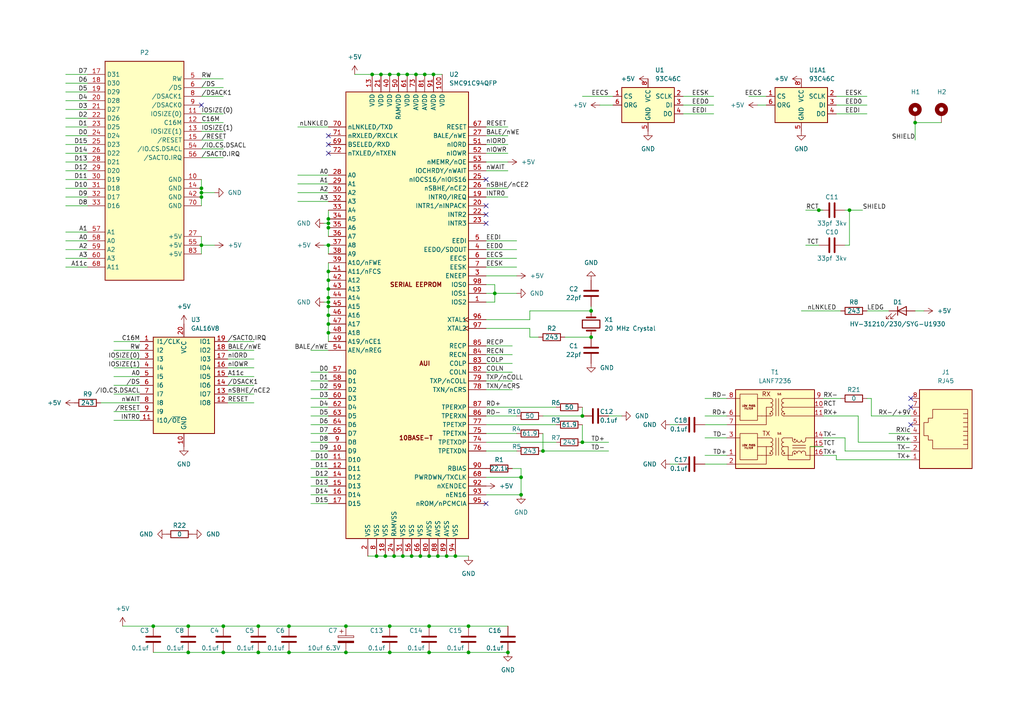
<source format=kicad_sch>
(kicad_sch (version 20231120) (generator "eeschema") (generator_version "8.0")
  (paper "A4")
  (lib_symbols
    (symbol "+5V_1" (power) (pin_names (offset 0))
      (property "Value" "+5V_1" (at 0 3.556 0))
      (symbol "+5V_1_1_1"
        (pin power_in line (at 0 0 90) (length 0) hide (name "+5V") (number "1"))
      )
    )
    (symbol "Connector:Conn_Coaxial" (pin_names (offset 1.016) hide)
      (property "Reference" "J" (at 0.254 3.048 0))
      (property "Value" "Conn_Coaxial" (at 2.921 0 90))
      (symbol "Conn_Coaxial_1_1"
        (pin passive line (at -5.08 0 0) (length 2.54) (name "In") (number "1"))
        (pin passive line (at 0 -5.08 90) (length 2.54) (name "Ext") (number "2"))
      )
    )
    (symbol "Connector:RJ45" (pin_names (offset 1.016))
      (property "Reference" "J" (at -5.08 13.97 0))
      (property "Value" "RJ45" (at 2.54 13.97 0))
      (symbol "RJ45_1_1"
        (pin passive line (at 10.16 -7.62 180) (length 2.54) (name "~") (number "1"))
        (pin passive line (at 10.16 -5.08 180) (length 2.54) (name "~") (number "2"))
        (pin passive line (at 10.16 -2.54 180) (length 2.54) (name "~") (number "3"))
        (pin passive line (at 10.16 0 180) (length 2.54) (name "~") (number "4"))
        (pin passive line (at 10.16 2.54 180) (length 2.54) (name "~") (number "5"))
        (pin passive line (at 10.16 5.08 180) (length 2.54) (name "~") (number "6"))
        (pin passive line (at 10.16 7.62 180) (length 2.54) (name "~") (number "7"))
        (pin passive line (at 10.16 10.16 180) (length 2.54) (name "~") (number "8"))
      )
    )
    (symbol "Connector:RJ45_Amphenol_RJMG1BD3B8K1ANR"
      (property "Reference" "J" (at 19.05 15.24 0))
      (property "Value" "RJ45_Amphenol_RJMG1BD3B8K1ANR" (at -19.05 15.24 0))
      (symbol "RJ45_Amphenol_RJMG1BD3B8K1ANR_0_0"
        (text "1000pF" (at 0 -1.651 0) (effects (font (size 0.762 0.762))))
        (text "75" (at -4.445 2.54 0) (effects (font (size 0.762 0.762))))
        (text "75" (at -4.445 10.16 0) (effects (font (size 0.762 0.762))))
        (text "75" (at -0.635 2.54 0) (effects (font (size 0.762 0.762))))
        (text "75" (at -0.635 10.16 0) (effects (font (size 0.762 0.762))))
        (text "C1" (at 3.175 12.065 0) (effects (font (size 0.889 0.889))))
        (text "C2" (at 3.175 8.255 0) (effects (font (size 0.889 0.889))))
        (text "C3" (at 3.175 4.445 0) (effects (font (size 0.889 0.889))))
        (text "C4" (at 3.175 10.795 0) (effects (font (size 0.889 0.889))))
        (text "C5" (at 3.175 9.525 0) (effects (font (size 0.889 0.889))))
        (text "C6" (at 3.175 0.635 0) (effects (font (size 0.889 0.889))))
        (text "C7" (at 3.175 3.175 0) (effects (font (size 0.889 0.889))))
        (text "C8" (at 3.175 1.905 0) (effects (font (size 0.889 0.889))))
        (text "GREEN" (at -6.985 -6.35 0) (effects (font (size 0.762 0.762)) (justify left)))
        (text "RCV" (at -8.255 -0.635 0) (effects (font (size 1.016 1.016)) (justify left)))
        (text "XMIT" (at -8.255 6.985 0) (effects (font (size 1.016 1.016)) (justify left)))
        (text "YELLOW" (at -6.985 -11.43 0) (effects (font (size 0.762 0.762)) (justify left)))
      )
      (symbol "RJ45_Amphenol_RJMG1BD3B8K1ANR_1_1"
        (pin passive line (at 22.86 -10.16 180) (length 3.81) (name "SHIELD") (number "13"))
        (pin passive line (at -22.86 -10.16 0) (length 3.81) (name "LEDY_A") (number "L1"))
        (pin passive line (at -22.86 -12.7 0) (length 3.81) (name "LEDY_K") (number "L2"))
        (pin passive line (at -22.86 -7.62 0) (length 3.81) (name "LEDG_K") (number "L3"))
        (pin passive line (at -22.86 -5.08 0) (length 3.81) (name "LEDG_A") (number "L4"))
        (pin passive line (at -22.86 12.7 0) (length 3.81) (name "TD+") (number "R1"))
        (pin passive line (at -22.86 7.62 0) (length 3.81) (name "TD-") (number "R2"))
        (pin passive line (at -22.86 5.08 0) (length 3.81) (name "RD+") (number "R3"))
        (pin passive line (at -22.86 10.16 0) (length 3.81) (name "TCT") (number "R4"))
        (pin passive line (at -22.86 2.54 0) (length 3.81) (name "RCT") (number "R5"))
        (pin passive line (at -22.86 0 0) (length 3.81) (name "RD-") (number "R6"))
        (pin no_connect line (at 5.08 -5.08 0) (length 0) hide (name "NC") (number "R7"))
        (pin power_in line (at 0 -17.78 90) (length 3.81) (name "GND") (number "R8"))
      )
    )
    (symbol "Device:C" (pin_numbers hide) (pin_names (offset 0.254))
      (property "Reference" "C" (at 0.635 2.54 0))
      (property "Value" "C" (at 0.635 -2.54 0))
      (symbol "C_1_1"
        (pin passive line (at 0 3.81 270) (length 2.794) (name "~") (number "1"))
        (pin passive line (at 0 -3.81 90) (length 2.794) (name "~") (number "2"))
      )
    )
    (symbol "Device:C_Polarized" (pin_numbers hide) (pin_names (offset 0.254))
      (property "Reference" "C" (at 0.635 2.54 0))
      (property "Value" "C_Polarized" (at 0.635 -2.54 0))
      (symbol "C_Polarized_1_1"
        (pin passive line (at 0 3.81 270) (length 2.794) (name "~") (number "1"))
        (pin passive line (at 0 -3.81 90) (length 2.794) (name "~") (number "2"))
      )
    )
    (symbol "Device:Crystal" (pin_numbers hide) (pin_names (offset 1.016) hide)
      (property "Reference" "Y" (at 0 3.81 0))
      (property "Value" "Crystal" (at 0 -3.81 0))
      (symbol "Crystal_1_1"
        (pin passive line (at -3.81 0 0) (length 1.27) (name "1") (number "1"))
        (pin passive line (at 3.81 0 180) (length 1.27) (name "2") (number "2"))
      )
    )
    (symbol "Device:LED" (pin_numbers hide) (pin_names (offset 1.016) hide)
      (property "Reference" "D" (at 0 2.54 0))
      (property "Value" "LED" (at 0 -2.54 0))
      (symbol "LED_1_1"
        (pin passive line (at -3.81 0 0) (length 2.54) (name "K") (number "1"))
        (pin passive line (at 3.81 0 180) (length 2.54) (name "A") (number "2"))
      )
    )
    (symbol "Device:R" (pin_numbers hide) (pin_names (offset 0))
      (property "Reference" "R" (at 2.032 0 90))
      (property "Value" "R" (at 0 0 90))
      (symbol "R_1_1"
        (pin passive line (at 0 3.81 270) (length 1.27) (name "~") (number "1"))
        (pin passive line (at 0 -3.81 90) (length 1.27) (name "~") (number "2"))
      )
    )
    (symbol "GND_1" (power) (pin_names (offset 0))
      (property "Value" "GND_1" (at 0 -3.81 0))
      (symbol "GND_1_1_1"
        (pin power_in line (at 0 0 270) (length 0) hide (name "GND") (number "1"))
      )
    )
    (symbol "Logic_Programmable:GAL16V8" (pin_names (offset 1.016))
      (property "Reference" "U" (at -8.89 16.51 0))
      (property "Value" "GAL16V8" (at 1.27 16.51 0))
      (symbol "GAL16V8_0_0"
        (pin power_in line (at 0 -17.78 90) (length 3.81) (name "GND") (number "10"))
        (pin power_in line (at 0 17.78 270) (length 3.81) (name "VCC") (number "20"))
      )
      (symbol "GAL16V8_1_1"
        (pin input line (at -12.7 12.7 0) (length 3.81) (name "I1/CLK") (number "1"))
        (pin input line (at -12.7 -10.16 0) (length 3.81) (name "I10/~{OE}") (number "11"))
        (pin tri_state line (at 12.7 -5.08 180) (length 3.81) (name "IO8") (number "12"))
        (pin tri_state line (at 12.7 -2.54 180) (length 3.81) (name "IO7") (number "13"))
        (pin tri_state line (at 12.7 0 180) (length 3.81) (name "IO6") (number "14"))
        (pin tri_state line (at 12.7 2.54 180) (length 3.81) (name "IO5") (number "15"))
        (pin tri_state line (at 12.7 5.08 180) (length 3.81) (name "IO4") (number "16"))
        (pin tri_state line (at 12.7 7.62 180) (length 3.81) (name "I03") (number "17"))
        (pin tri_state line (at 12.7 10.16 180) (length 3.81) (name "IO2") (number "18"))
        (pin tri_state line (at 12.7 12.7 180) (length 3.81) (name "IO1") (number "19"))
        (pin input line (at -12.7 10.16 0) (length 3.81) (name "I2") (number "2"))
        (pin input line (at -12.7 7.62 0) (length 3.81) (name "I3") (number "3"))
        (pin input line (at -12.7 5.08 0) (length 3.81) (name "I4") (number "4"))
        (pin input line (at -12.7 2.54 0) (length 3.81) (name "I5") (number "5"))
        (pin input line (at -12.7 0 0) (length 3.81) (name "I6") (number "6"))
        (pin input line (at -12.7 -2.54 0) (length 3.81) (name "I7") (number "7"))
        (pin input line (at -12.7 -5.08 0) (length 3.81) (name "I8") (number "8"))
        (pin input line (at -12.7 -7.62 0) (length 3.81) (name "I9") (number "9"))
      )
    )
    (symbol "Mechanical:MountingHole_Pad" (pin_numbers hide) (pin_names (offset 1.016) hide)
      (property "Reference" "H" (at 0 6.35 0))
      (property "Value" "MountingHole_Pad" (at 0 4.445 0))
      (symbol "MountingHole_Pad_1_1"
        (pin input line (at 0 -2.54 90) (length 2.54) (name "1") (number "1"))
      )
    )
    (symbol "Memory_EEPROM:93CxxC"
      (property "Reference" "U" (at -7.62 6.35 0))
      (property "Value" "93CxxC" (at 2.54 -6.35 0))
      (symbol "93CxxC_1_1"
        (pin input line (at -10.16 2.54 0) (length 2.54) (name "CS") (number "1"))
        (pin input line (at 10.16 2.54 180) (length 2.54) (name "SCLK") (number "2"))
        (pin input line (at 10.16 0 180) (length 2.54) (name "DI") (number "3"))
        (pin tri_state line (at 10.16 -2.54 180) (length 2.54) (name "DO") (number "4"))
        (pin power_in line (at 0 -7.62 90) (length 2.54) (name "GND") (number "5"))
        (pin input line (at -10.16 0 0) (length 2.54) (name "ORG") (number "6"))
        (pin no_connect line (at -7.62 -2.54 0) (length 2.54) hide (name "NC") (number "7"))
        (pin power_in line (at 0 7.62 270) (length 2.54) (name "VCC") (number "8"))
      )
    )
    (symbol "alxlab:AM3F-Z_1KVDC-3KVDC-5.2KVDC"
      (property "Reference" "U" (at 0 11.43 0))
      (property "Value" "AM3F_1KVDC-3KVDC-5.2KVDC" (at 0 8.89 0))
      (symbol "AM3F-Z_1KVDC-3KVDC-5.2KVDC_1_1"
        (pin power_in line (at -12.7 -5.08 0) (length 2.54) (name "+VIN") (number "1"))
        (pin power_out line (at 12.7 -1.27 180) (length 2.54) (name "-VOUT") (number "10"))
        (pin power_out line (at 12.7 -5.08 180) (length 2.54) (name "+VOUT") (number "11"))
        (pin power_in line (at -12.7 2.54 0) (length 2.54) (name "-VIN") (number "12"))
        (pin power_in line (at -12.7 5.08 0) (length 2.54) (name "-VIN") (number "2"))
        (pin no_connect line (at -12.7 -1.27 0) (length 2.54) hide (name "NC") (number "3"))
        (pin no_connect line (at 12.7 5.08 180) (length 2.54) hide (name "NC") (number "9"))
      )
    )
    (symbol "alxlab:CYB8392" (pin_names (offset 1.016))
      (property "Reference" "U" (at 19.304 19.558 0))
      (property "Value" "CYB8392" (at 19.304 17.018 0))
      (symbol "CYB8392_1_1"
        (pin passive line (at 22.86 -10.16 180) (length 3.81) (name "CDS") (number "1"))
        (pin power_in line (at -2.54 19.05 270) (length 3.81) (name "VEE") (number "10"))
        (pin power_in line (at 0 19.05 270) (length 3.81) (name "VEE") (number "11"))
        (pin output line (at 22.86 0 180) (length 3.81) (name "RX-") (number "12"))
        (pin input line (at -22.86 8.89 0) (length 3.81) (name "TX+") (number "13"))
        (pin input line (at -22.86 6.35 0) (length 3.81) (name "TX-") (number "14"))
        (pin input line (at -22.86 1.27 0) (length 3.81) (name "HBE") (number "15"))
        (pin power_in line (at -5.08 -20.32 90) (length 3.81) (name "GND") (number "16"))
        (pin power_in line (at 5.08 -20.32 90) (length 3.81) (name "GND") (number "17"))
        (pin input line (at -22.86 -3.81 0) (length 3.81) (name "RR+") (number "18"))
        (pin input line (at -22.86 -6.35 0) (length 3.81) (name "RR-") (number "19"))
        (pin output line (at 22.86 8.89 180) (length 3.81) (name "CD+") (number "2"))
        (pin power_in line (at 2.54 19.05 270) (length 3.81) (name "VEE") (number "20"))
        (pin power_in line (at 5.08 19.05 270) (length 3.81) (name "VEE") (number "21"))
        (pin power_in line (at 7.62 19.05 270) (length 3.81) (name "VEE") (number "22"))
        (pin power_in line (at 10.16 19.05 270) (length 3.81) (name "VEE") (number "23"))
        (pin power_in line (at 12.7 19.05 270) (length 3.81) (name "VEE") (number "24"))
        (pin power_in line (at 15.24 19.05 270) (length 3.81) (name "VEE") (number "25"))
        (pin input line (at -22.86 -11.43 0) (length 3.81) (name "RXI") (number "26"))
        (pin no_connect line (at 19.05 -13.97 0) (length 0) hide (name "") (number "27"))
        (pin output line (at 22.86 -5.08 180) (length 3.81) (name "TXO") (number "28"))
        (pin output line (at 22.86 6.35 180) (length 3.81) (name "CD-") (number "3"))
        (pin output line (at 22.86 2.54 180) (length 3.81) (name "RX+") (number "4"))
        (pin power_in line (at -15.24 19.05 270) (length 3.81) (name "VEE") (number "5"))
        (pin power_in line (at -12.7 19.05 270) (length 3.81) (name "VEE") (number "6"))
        (pin power_in line (at -10.16 19.05 270) (length 3.81) (name "VEE") (number "7"))
        (pin power_in line (at -7.62 19.05 270) (length 3.81) (name "VEE") (number "8"))
        (pin power_in line (at -5.08 19.05 270) (length 3.81) (name "VEE") (number "9"))
      )
    )
    (symbol "alxlab:Farallon_EtherMac_LC_Comm_Card_BUS_Apple_Macintosh_Comm_Slot_I"
      (symbol "Farallon_EtherMac_LC_Comm_Card_BUS_Apple_Macintosh_Comm_Slot_I_1_1"
        (pin power_out line (at 16.51 -2.54 180) (length 5.08) (name "GND") (number "10"))
        (pin bidirectional line (at 16.51 16.51 180) (length 5.08) (name "IOSIZE(0)") (number "11"))
        (pin bidirectional line (at 16.51 13.97 180) (length 5.08) (name "C16M") (number "12"))
        (pin bidirectional line (at 16.51 11.43 180) (length 5.08) (name "IOSIZE(1)") (number "13"))
        (pin power_out line (at 16.51 -5.08 180) (length 5.08) (name "GND") (number "14"))
        (pin bidirectional line (at 16.51 8.89 180) (length 5.08) (name "/RESET") (number "15"))
        (pin bidirectional line (at -16.51 27.94 0) (length 5.08) (name "D31") (number "17"))
        (pin bidirectional line (at -16.51 25.4 0) (length 5.08) (name "D30") (number "18"))
        (pin bidirectional line (at -16.51 22.86 0) (length 5.08) (name "D29") (number "19"))
        (pin bidirectional line (at -16.51 20.32 0) (length 5.08) (name "D28") (number "20"))
        (pin bidirectional line (at -16.51 17.78 0) (length 5.08) (name "D27") (number "21"))
        (pin bidirectional line (at -16.51 15.24 0) (length 5.08) (name "D26") (number "22"))
        (pin bidirectional line (at -16.51 12.7 0) (length 5.08) (name "D25") (number "23"))
        (pin bidirectional line (at -16.51 10.16 0) (length 5.08) (name "D24") (number "24"))
        (pin bidirectional line (at -16.51 7.62 0) (length 5.08) (name "D23") (number "25"))
        (pin bidirectional line (at -16.51 5.08 0) (length 5.08) (name "D22") (number "26"))
        (pin power_in line (at 16.51 -19.05 180) (length 5.08) (name "+5V") (number "27"))
        (pin bidirectional line (at -16.51 2.54 0) (length 5.08) (name "D21") (number "28"))
        (pin bidirectional line (at -16.51 0 0) (length 5.08) (name "D20") (number "29"))
        (pin bidirectional line (at -16.51 -2.54 0) (length 5.08) (name "D19") (number "30"))
        (pin bidirectional line (at -16.51 -5.08 0) (length 5.08) (name "D18") (number "31"))
        (pin bidirectional line (at -16.51 -7.62 0) (length 5.08) (name "D17") (number "32"))
        (pin bidirectional line (at -16.51 -10.16 0) (length 5.08) (name "D16") (number "33"))
        (pin power_out line (at 16.51 -7.62 180) (length 5.08) (name "GND") (number "42"))
        (pin bidirectional line (at 16.51 26.67 180) (length 5.08) (name "RW") (number "5"))
        (pin bidirectional line (at 16.51 6.35 180) (length 5.08) (name "/IO.CS.DSACL") (number "54"))
        (pin power_out line (at 16.51 -21.59 180) (length 5.08) (name "+5V") (number "55"))
        (pin bidirectional line (at 16.51 3.81 180) (length 5.08) (name "/SACTO.IRQ") (number "56"))
        (pin bidirectional line (at -16.51 -17.78 0) (length 5.08) (name "A1") (number "57"))
        (pin bidirectional line (at -16.51 -20.32 0) (length 5.08) (name "A0") (number "58"))
        (pin bidirectional line (at -16.51 -22.86 0) (length 5.08) (name "A2") (number "59"))
        (pin bidirectional line (at 16.51 24.13 180) (length 5.08) (name "/DS") (number "6"))
        (pin bidirectional line (at -16.51 -25.4 0) (length 5.08) (name "A3") (number "60"))
        (pin bidirectional line (at -16.51 -27.94 0) (length 5.08) (name "A11") (number "68"))
        (pin power_out line (at 16.51 -10.16 180) (length 5.08) (name "GND") (number "70"))
        (pin bidirectional line (at 16.51 21.59 180) (length 5.08) (name "/DSACK1") (number "8"))
        (pin power_out line (at 16.51 -24.13 180) (length 5.08) (name "+5V") (number "83"))
        (pin bidirectional line (at 16.51 19.05 180) (length 5.08) (name "/DSACK0") (number "9"))
      )
    )
    (symbol "alxlab:LANF7236" (pin_names hide)
      (property "Reference" "TR" (at 0 11.43 0))
      (property "Value" "LANF7236" (at 0 -14.605 0))
      (symbol "LANF7236_1_1"
        (text "1:1" (at 1.27 -2.54 0) (effects (font (size 0.508 0.508))))
        (text "1:1" (at 1.27 8.89 0) (effects (font (size 0.508 0.508))))
        (text "LOW PASS\nFILTER" (at -7.62 -6.35 0) (effects (font (size 0.508 0.508))))
        (text "LOW PASS\nFILTER" (at -7.62 5.08 0) (effects (font (size 0.508 0.508))))
        (text "RX" (at -2.54 8.89 0) (effects (font (size 1.27 1.27))))
        (text "TX" (at -2.54 -2.54 0) (effects (font (size 1.27 1.27))))
        (pin passive line (at -13.97 -8.89 0) (length 2.54) (name "TD+") (number "1"))
        (pin passive line (at 13.97 5.08 180) (length 2.54) (name "C_RX") (number "10"))
        (pin passive line (at 13.97 2.54 180) (length 2.54) (name "RX+") (number "11"))
        (pin no_connect line (at -2.54 -12.7 90) (length 2.54) hide (name "NC") (number "12"))
        (pin no_connect line (at 2.54 -12.7 90) (length 2.54) hide (name "NC") (number "13"))
        (pin passive line (at 13.97 -3.81 180) (length 2.54) (name "TX-") (number "14"))
        (pin passive line (at 13.97 -6.35 180) (length 2.54) (name "C_TX") (number "15"))
        (pin passive line (at 13.97 -8.89 180) (length 2.54) (name "TX+") (number "16"))
        (pin passive line (at -13.97 -11.43 0) (length 2.54) (name "C_TD") (number "2"))
        (pin passive line (at -13.97 -3.81 0) (length 2.54) (name "TD-") (number "3"))
        (pin no_connect line (at -2.54 10.16 270) (length 2.54) hide (name "NC") (number "4"))
        (pin no_connect line (at 2.54 10.16 270) (length 2.54) hide (name "NC") (number "5"))
        (pin passive line (at -13.97 2.54 0) (length 2.54) (name "RD+") (number "6"))
        (pin passive line (at -13.97 0 0) (length 2.54) (name "C_RD") (number "7"))
        (pin passive line (at -13.97 7.62 0) (length 2.54) (name "RD-") (number "8"))
        (pin passive line (at 13.97 7.62 180) (length 2.54) (name "RX-") (number "9"))
      )
    )
    (symbol "alxlab:MMBD4148CA" (pin_names (offset 1.016) hide)
      (property "Reference" "D" (at 3.81 2.54 0))
      (property "Value" "MMBD4148CA" (at 3.81 0 0))
      (symbol "MMBD4148CA_1_1"
        (pin passive line (at -2.54 5.08 270) (length 2.54) (name "K") (number "1"))
        (pin passive line (at 2.54 5.08 270) (length 2.54) (name "K") (number "2"))
        (pin passive line (at 0 -5.08 90) (length 2.54) (name "A") (number "3"))
      )
    )
    (symbol "alxlab:SMC91C94QFP"
      (property "Reference" "U" (at -17.78 64.77 0))
      (property "Value" "SMC91C94QFP" (at 12.7 64.77 0))
      (symbol "SMC91C94QFP_0_0"
        (text "10BASE-T" (at 2.54 -36.83 0) (effects (font (size 1.27 1.27) (bold yes))))
        (text "AUI" (at 5.08 -15.24 0) (effects (font (size 1.27 1.27) (bold yes))))
        (text "SERIAL EEPROM" (at 2.54 7.62 0) (effects (font (size 1.27 1.27) (bold yes))))
      )
      (symbol "SMC91C94QFP_1_1"
        (pin input line (at 22.86 2.54 180) (length 5.08) (name "IOS2") (number "1"))
        (pin bidirectional line (at -22.86 -40.64 0) (length 5.08) (name "D9") (number "10"))
        (pin power_in line (at 10.16 68.58 270) (length 5.08) (name "VDD") (number "100"))
        (pin bidirectional line (at -22.86 -43.18 0) (length 5.08) (name "D10") (number "11"))
        (pin bidirectional line (at -22.86 -45.72 0) (length 5.08) (name "D11") (number "12"))
        (pin power_in line (at -10.16 68.58 270) (length 5.08) (name "VDD") (number "13"))
        (pin bidirectional line (at -22.86 -48.26 0) (length 5.08) (name "D12") (number "14"))
        (pin bidirectional line (at -22.86 -50.8 0) (length 5.08) (name "D13") (number "15"))
        (pin bidirectional line (at -22.86 -53.34 0) (length 5.08) (name "D14") (number "16"))
        (pin bidirectional line (at -22.86 -55.88 0) (length 5.08) (name "D15") (number "17"))
        (pin power_in line (at -6.35 -71.12 90) (length 5.08) (name "VSS") (number "18"))
        (pin output line (at 22.86 33.02 180) (length 5.08) (name "INTR0/IREQ") (number "19"))
        (pin power_in line (at -11.43 -71.12 90) (length 5.08) (name "VSS") (number "2"))
        (pin output line (at 22.86 30.48 180) (length 5.08) (name "INTR1/nINPACK") (number "20"))
        (pin power_in line (at -7.62 68.58 270) (length 5.08) (name "VDD") (number "21"))
        (pin output line (at 22.86 27.94 180) (length 5.08) (name "INTR2") (number "22"))
        (pin output line (at 22.86 25.4 180) (length 5.08) (name "INTR3") (number "23"))
        (pin power_in line (at -3.81 -71.12 90) (length 5.08) (name "RAMVSS") (number "24"))
        (pin output line (at 22.86 38.1 180) (length 5.08) (name "nIOCS16/nIOIS16") (number "25"))
        (pin input line (at 22.86 35.56 180) (length 5.08) (name "nSBHE/nCE2") (number "26"))
        (pin input line (at 22.86 50.8 180) (length 5.08) (name "BALE/nWE") (number "27"))
        (pin input line (at -22.86 39.37 0) (length 5.08) (name "A0") (number "28"))
        (pin input line (at -22.86 36.83 0) (length 5.08) (name "A1") (number "29"))
        (pin input line (at 22.86 10.16 180) (length 5.08) (name "ENEEP") (number "3"))
        (pin input line (at -22.86 34.29 0) (length 5.08) (name "A2") (number "30"))
        (pin power_in line (at -1.27 -71.12 90) (length 5.08) (name "VSS") (number "31"))
        (pin input line (at -22.86 31.75 0) (length 5.08) (name "A3") (number "32"))
        (pin input line (at -22.86 29.21 0) (length 5.08) (name "A4") (number "33"))
        (pin input line (at -22.86 26.67 0) (length 5.08) (name "A5") (number "34"))
        (pin input line (at -22.86 24.13 0) (length 5.08) (name "A6") (number "35"))
        (pin input line (at -22.86 21.59 0) (length 5.08) (name "A7") (number "36"))
        (pin input line (at -22.86 19.05 0) (length 5.08) (name "A8") (number "37"))
        (pin input line (at -22.86 16.51 0) (length 5.08) (name "A9") (number "38"))
        (pin bidirectional line (at -22.86 13.97 0) (length 5.08) (name "A10/nFWE") (number "39"))
        (pin output line (at 22.86 17.78 180) (length 5.08) (name "EEDO/SDOUT") (number "4"))
        (pin power_in line (at -5.08 68.58 270) (length 5.08) (name "VDD") (number "40"))
        (pin bidirectional line (at -22.86 11.43 0) (length 5.08) (name "A11/nFCS") (number "41"))
        (pin input line (at -22.86 8.89 0) (length 5.08) (name "A12") (number "42"))
        (pin input line (at -22.86 6.35 0) (length 5.08) (name "A13") (number "43"))
        (pin input line (at -22.86 3.81 0) (length 5.08) (name "A14") (number "44"))
        (pin input line (at -22.86 1.27 0) (length 5.08) (name "A15") (number "45"))
        (pin input line (at -22.86 -1.27 0) (length 5.08) (name "A16") (number "46"))
        (pin input line (at -22.86 -3.81 0) (length 5.08) (name "A17") (number "47"))
        (pin input line (at -22.86 -6.35 0) (length 5.08) (name "A18") (number "48"))
        (pin input line (at -22.86 -8.89 0) (length 5.08) (name "A19/nCE1") (number "49"))
        (pin input line (at 22.86 20.32 180) (length 5.08) (name "EEDI") (number "5"))
        (pin power_in line (at -2.54 68.58 270) (length 5.08) (name "RAMVDD") (number "50"))
        (pin input line (at 22.86 48.26 180) (length 5.08) (name "nIORD") (number "51"))
        (pin input line (at 22.86 45.72 180) (length 5.08) (name "nIOWR") (number "52"))
        (pin input line (at 22.86 43.18 180) (length 5.08) (name "nMEMR/nOE") (number "53"))
        (pin input line (at -22.86 -11.43 0) (length 5.08) (name "AEN/nREG") (number "54"))
        (pin output line (at 22.86 40.64 180) (length 5.08) (name "IOCHRDY/nWAIT") (number "55"))
        (pin power_in line (at 1.27 -71.12 90) (length 5.08) (name "VSS") (number "56"))
        (pin bidirectional line (at -22.86 -17.78 0) (length 5.08) (name "D0") (number "57"))
        (pin bidirectional line (at -22.86 -20.32 0) (length 5.08) (name "D1") (number "58"))
        (pin bidirectional line (at -22.86 -22.86 0) (length 5.08) (name "D2") (number "59"))
        (pin output line (at 22.86 15.24 180) (length 5.08) (name "EECS") (number "6"))
        (pin bidirectional line (at -22.86 -25.4 0) (length 5.08) (name "D3") (number "60"))
        (pin power_in line (at 0 68.58 270) (length 5.08) (name "VDD") (number "61"))
        (pin bidirectional line (at -22.86 -27.94 0) (length 5.08) (name "D4") (number "62"))
        (pin bidirectional line (at -22.86 -30.48 0) (length 5.08) (name "D5") (number "63"))
        (pin bidirectional line (at -22.86 -33.02 0) (length 5.08) (name "D6") (number "64"))
        (pin bidirectional line (at -22.86 -35.56 0) (length 5.08) (name "D7") (number "65"))
        (pin power_in line (at 3.81 -71.12 90) (length 5.08) (name "VSS") (number "66"))
        (pin input line (at 22.86 53.34 180) (length 5.08) (name "RESET") (number "67"))
        (pin input line (at 22.86 -48.26 180) (length 5.08) (name "PWRDWN/TXCLK") (number "68"))
        (pin bidirectional line (at -22.86 48.26 0) (length 5.08) (name "BSELED/RXD") (number "69"))
        (pin output line (at 22.86 12.7 180) (length 5.08) (name "EESK") (number "7"))
        (pin output line (at -22.86 53.34 0) (length 5.08) (name "nLNKLED/TXD") (number "70"))
        (pin bidirectional line (at -22.86 50.8 0) (length 5.08) (name "nRXLED/RXCLK") (number "71"))
        (pin output line (at -22.86 45.72 0) (length 5.08) (name "nTXLED/nTXEN") (number "72"))
        (pin power_in line (at 2.54 68.58 270) (length 5.08) (name "AVDD") (number "73"))
        (pin output line (at 22.86 -38.1 180) (length 5.08) (name "TPETXDP") (number "74"))
        (pin output line (at 22.86 -35.56 180) (length 5.08) (name "TPETXN") (number "75"))
        (pin output line (at 22.86 -40.64 180) (length 5.08) (name "TPETXDN") (number "76"))
        (pin output line (at 22.86 -33.02 180) (length 5.08) (name "TPETXP") (number "77"))
        (pin bidirectional line (at 22.86 -22.86 180) (length 5.08) (name "TXN/nCRS") (number "78"))
        (pin bidirectional line (at 22.86 -20.32 180) (length 5.08) (name "TXP/nCOLL") (number "79"))
        (pin power_in line (at -8.89 -71.12 90) (length 5.08) (name "VSS") (number "8"))
        (pin power_in line (at 6.35 -71.12 90) (length 5.08) (name "AVSS") (number "80"))
        (pin power_in line (at 5.08 68.58 270) (length 5.08) (name "AVDD") (number "81"))
        (pin input line (at 22.86 -17.78 180) (length 5.08) (name "COLN") (number "82"))
        (pin input line (at 22.86 -15.24 180) (length 5.08) (name "COLP") (number "83"))
        (pin input line (at 22.86 -12.7 180) (length 5.08) (name "RECN") (number "84"))
        (pin input line (at 22.86 -10.16 180) (length 5.08) (name "RECP") (number "85"))
        (pin input line (at 22.86 -30.48 180) (length 5.08) (name "TPERXN") (number "86"))
        (pin input line (at 22.86 -27.94 180) (length 5.08) (name "TPERXP") (number "87"))
        (pin bidirectional line (at 8.89 -71.12 90) (length 5.08) (name "AVSS") (number "88"))
        (pin power_in line (at 11.43 -71.12 90) (length 5.08) (name "AVSS") (number "89"))
        (pin bidirectional line (at -22.86 -38.1 0) (length 5.08) (name "D8") (number "9"))
        (pin power_in line (at 22.86 -45.72 180) (length 5.08) (name "RBIAS") (number "90"))
        (pin power_in line (at 7.62 68.58 270) (length 5.08) (name "AVDD") (number "91"))
        (pin input line (at 22.86 -50.8 180) (length 5.08) (name "nXENDEC") (number "92"))
        (pin input line (at 22.86 -53.34 180) (length 5.08) (name "nEN16") (number "93"))
        (pin power_in line (at 13.97 -71.12 90) (length 5.08) (name "VSS") (number "94"))
        (pin bidirectional line (at 22.86 -55.88 180) (length 5.08) (name "nROM/nPCMCIA") (number "95"))
        (pin input clock (at 22.86 -2.54 180) (length 5.08) (name "XTAL1") (number "96"))
        (pin input clock (at 22.86 -5.08 180) (length 5.08) (name "XTAL2") (number "97"))
        (pin input line (at 22.86 7.62 180) (length 5.08) (name "IOS0") (number "98"))
        (pin input line (at 22.86 5.08 180) (length 5.08) (name "IOS1") (number "99"))
      )
    )
    (symbol "alxlab:TD01-1006KRL" (pin_names hide)
      (property "Reference" "TR" (at -7.747 16.891 0))
      (property "Value" "TD01-1006KRL" (at 3.683 16.891 0))
      (symbol "TD01-1006KRL_1_1"
        (pin passive line (at -6.35 -12.7 0) (length 2.54) (name "MX1+") (number "1"))
        (pin passive line (at 6.35 7.62 180) (length 2.54) (name "TD3+") (number "10"))
        (pin no_connect line (at 6.35 5.08 180) (length 2.54) hide (name "NC") (number "11"))
        (pin passive line (at 6.35 1.27 180) (length 2.54) (name "TD2-") (number "12"))
        (pin passive line (at 6.35 -2.54 180) (length 2.54) (name "TD2+") (number "13"))
        (pin no_connect line (at 6.35 -5.08 180) (length 2.54) hide (name "NC") (number "14"))
        (pin passive line (at 6.35 -8.89 180) (length 2.54) (name "TD1-") (number "15"))
        (pin passive line (at 6.35 -12.7 180) (length 2.54) (name "TD1+") (number "16"))
        (pin passive line (at -6.35 -8.89 0) (length 2.54) (name "MX1-") (number "2"))
        (pin no_connect line (at -6.35 -5.08 0) (length 2.54) hide (name "NC") (number "3"))
        (pin passive line (at -6.35 -2.54 0) (length 2.54) (name "MX2+") (number "4"))
        (pin passive line (at -6.35 1.27 0) (length 2.54) (name "MX2-") (number "5"))
        (pin no_connect line (at -6.35 5.08 0) (length 2.54) hide (name "MCT4") (number "6"))
        (pin passive line (at -6.35 7.62 0) (length 2.54) (name "MX3+") (number "7"))
        (pin passive line (at -6.35 11.43 0) (length 2.54) (name "MX3-") (number "8"))
        (pin passive line (at 6.35 11.43 180) (length 2.54) (name "TD3-") (number "9"))
      )
    )
    (symbol "power:+5V" (power) (pin_names (offset 0))
      (property "Value" "+5V" (at 0 3.556 0))
      (symbol "+5V_1_1"
        (pin power_in line (at 0 0 90) (length 0) hide (name "+5V") (number "1"))
      )
    )
    (symbol "power:+9V" (power) (pin_names (offset 0))
      (property "Value" "+9V" (at 0 3.556 0))
      (symbol "+9V_1_1"
        (pin power_in line (at 0 0 90) (length 0) hide (name "+9V") (number "1"))
      )
    )
    (symbol "power:GND" (power) (pin_names (offset 0))
      (property "Value" "GND" (at 0 -3.81 0))
      (symbol "GND_1_1"
        (pin power_in line (at 0 0 270) (length 0) hide (name "GND") (number "1"))
      )
    )
    (symbol "power:VEE" (power) (pin_names (offset 0))
      (property "Value" "VEE" (at 0 3.81 0))
      (symbol "VEE_1_1"
        (pin power_in line (at 0 0 90) (length 0) hide (name "VEE") (number "1"))
      )
    )
  )
  (junction (at 132.08 161.29))
  (junction (at 95.25 71.12))
  (junction (at 157.48 130.81))
  (junction (at 375.92 -62.23))
  (junction (at 95.25 78.74))
  (junction (at 372.11 -86.36))
  (junction (at 246.38 60.96))
  (junction (at 129.54 161.29))
  (junction (at 396.24 -62.23))
  (junction (at 304.8 -80.01))
  (junction (at 388.62 -62.23))
  (junction (at 135.89 181.61))
  (junction (at 95.25 66.04))
  (junction (at 378.46 -22.86))
  (junction (at 95.25 86.36))
  (junction (at 111.76 161.29))
  (junction (at 107.95 21.59))
  (junction (at 44.45 181.61))
  (junction (at 54.61 189.23))
  (junction (at 370.84 -62.23))
  (junction (at 127 161.29))
  (junction (at 124.46 189.23))
  (junction (at 281.94 -58.42))
  (junction (at 115.57 21.59))
  (junction (at 265.43 35.56))
  (junction (at 135.89 189.23))
  (junction (at 336.55 -69.85))
  (junction (at 116.84 161.29))
  (junction (at 83.82 181.61))
  (junction (at 95.25 64.77))
  (junction (at 118.11 21.59))
  (junction (at 109.22 161.29))
  (junction (at 373.38 -62.23))
  (junction (at 58.42 55.88))
  (junction (at 114.3 161.29))
  (junction (at 95.25 96.52))
  (junction (at 378.46 -62.23))
  (junction (at 398.78 -62.23))
  (junction (at 384.81 -101.6))
  (junction (at 95.25 87.63))
  (junction (at 171.45 97.79))
  (junction (at 384.81 -86.36))
  (junction (at 391.16 -62.23))
  (junction (at 58.42 57.15))
  (junction (at 110.49 21.59))
  (junction (at 100.33 181.61))
  (junction (at 58.42 54.61))
  (junction (at 64.77 189.23))
  (junction (at 151.13 138.43))
  (junction (at 124.46 181.61))
  (junction (at 95.25 91.44))
  (junction (at 303.53 -29.21))
  (junction (at 125.73 21.59))
  (junction (at 120.65 21.59))
  (junction (at 372.11 -101.6))
  (junction (at 95.25 83.82))
  (junction (at 95.25 81.28))
  (junction (at 393.7 -62.23))
  (junction (at 297.18 -69.85))
  (junction (at 384.81 -77.47))
  (junction (at 143.51 85.09))
  (junction (at 297.18 -80.01))
  (junction (at 95.25 93.98))
  (junction (at 64.77 181.61))
  (junction (at 113.03 21.59))
  (junction (at 83.82 189.23))
  (junction (at 100.33 189.23))
  (junction (at 383.54 -62.23))
  (junction (at 95.25 63.5))
  (junction (at 74.93 189.23))
  (junction (at 171.45 90.17))
  (junction (at 95.25 88.9))
  (junction (at 411.48 -91.44))
  (junction (at 289.56 -48.26))
  (junction (at 54.61 181.61))
  (junction (at 74.93 181.61))
  (junction (at 119.38 161.29))
  (junction (at 168.91 120.65))
  (junction (at 381 -62.23))
  (junction (at 123.19 21.59))
  (junction (at 124.46 161.29))
  (junction (at 151.13 143.51))
  (junction (at 113.03 181.61))
  (junction (at 386.08 -62.23))
  (junction (at 113.03 189.23))
  (junction (at 237.49 60.96))
  (junction (at 121.92 161.29))
  (junction (at 336.55 -80.01))
  (junction (at 58.42 71.12))
  (junction (at 147.32 189.23))
  (junction (at 168.91 128.27))
  (no_connect (at 264.16 118.11))
  (no_connect (at 264.16 123.19))
  (no_connect (at 95.25 44.45))
  (no_connect (at 140.97 59.69))
  (no_connect (at 58.42 30.48))
  (no_connect (at 95.25 41.91))
  (no_connect (at 140.97 64.77))
  (no_connect (at 140.97 146.05))
  (no_connect (at 95.25 39.37))
  (no_connect (at 264.16 115.57))
  (no_connect (at 140.97 62.23))
  (no_connect (at 140.97 52.07))
  (wire (pts (xy 115.57 21.59) (xy 118.11 21.59)))
  (wire (pts (xy 406.4 -43.18) (xy 416.56 -43.18)))
  (wire (pts (xy 140.97 107.95) (xy 148.59 107.95)))
  (wire (pts (xy 143.51 85.09) (xy 140.97 85.09)))
  (wire (pts (xy 238.76 120.65) (xy 248.92 120.65)))
  (wire (pts (xy 416.56 -85.09) (xy 416.56 -86.36)))
  (wire (pts (xy 156.21 97.79) (xy 153.67 97.79)))
  (wire (pts (xy 19.05 36.83) (xy 25.4 36.83)))
  (wire (pts (xy 153.67 97.79) (xy 153.67 95.25)))
  (wire (pts (xy 40.64 116.84) (xy 29.21 116.84)))
  (wire (pts (xy 86.36 55.88) (xy 95.25 55.88)))
  (wire (pts (xy 345.44 -80.01) (xy 336.55 -80.01)))
  (wire (pts (xy 330.2 -69.85) (xy 336.55 -69.85)))
  (wire (pts (xy 95.25 87.63) (xy 95.25 88.9)))
  (wire (pts (xy 304.8 -77.47) (xy 304.8 -80.01)))
  (wire (pts (xy 100.33 181.61) (xy 113.03 181.61)))
  (wire (pts (xy 237.49 60.96) (xy 238.76 60.96)))
  (wire (pts (xy 198.12 33.02) (xy 207.01 33.02)))
  (wire (pts (xy 153.67 92.71) (xy 140.97 92.71)))
  (wire (pts (xy 198.12 30.48) (xy 207.01 30.48)))
  (wire (pts (xy 95.25 66.04) (xy 95.25 68.58)))
  (wire (pts (xy 44.45 181.61) (xy 54.61 181.61)))
  (wire (pts (xy 95.25 86.36) (xy 95.25 87.63)))
  (wire (pts (xy 140.97 87.63) (xy 143.51 87.63)))
  (wire (pts (xy 140.97 105.41) (xy 148.59 105.41)))
  (wire (pts (xy 243.84 90.17) (xy 232.41 90.17)))
  (wire (pts (xy 86.36 53.34) (xy 95.25 53.34)))
  (wire (pts (xy 238.76 127) (xy 245.11 127)))
  (wire (pts (xy 90.17 133.35) (xy 95.25 133.35)))
  (wire (pts (xy 124.46 161.29) (xy 127 161.29)))
  (wire (pts (xy 378.46 -62.23) (xy 381 -62.23)))
  (wire (pts (xy 58.42 55.88) (xy 62.23 55.88)))
  (wire (pts (xy 95.25 73.66) (xy 95.25 71.12)))
  (wire (pts (xy 204.47 127) (xy 210.82 127)))
  (wire (pts (xy 19.05 69.85) (xy 25.4 69.85)))
  (wire (pts (xy 246.38 71.12) (xy 246.38 60.96)))
  (wire (pts (xy 157.48 125.73) (xy 157.48 130.81)))
  (wire (pts (xy 35.56 181.61) (xy 44.45 181.61)))
  (wire (pts (xy 335.28 -49.53) (xy 339.09 -49.53)))
  (wire (pts (xy 356.87 -41.91) (xy 356.87 -39.37)))
  (wire (pts (xy 90.17 138.43) (xy 95.25 138.43)))
  (wire (pts (xy 58.42 33.02) (xy 64.77 33.02)))
  (wire (pts (xy 140.97 113.03) (xy 148.59 113.03)))
  (wire (pts (xy 95.25 88.9) (xy 95.25 91.44)))
  (wire (pts (xy 33.02 101.6) (xy 40.64 101.6)))
  (wire (pts (xy 157.48 120.65) (xy 168.91 120.65)))
  (wire (pts (xy 416.56 -43.18) (xy 416.56 -38.1)))
  (wire (pts (xy 66.04 114.3) (xy 73.66 114.3)))
  (wire (pts (xy 153.67 95.25) (xy 140.97 95.25)))
  (wire (pts (xy 411.48 -88.9) (xy 411.48 -91.44)))
  (wire (pts (xy 113.03 181.61) (xy 124.46 181.61)))
  (wire (pts (xy 114.3 161.29) (xy 116.84 161.29)))
  (wire (pts (xy 360.68 -39.37) (xy 356.87 -39.37)))
  (wire (pts (xy 245.11 127) (xy 245.11 130.81)))
  (wire (pts (xy 66.04 106.68) (xy 73.66 106.68)))
  (wire (pts (xy 66.04 109.22) (xy 73.66 109.22)))
  (wire (pts (xy 297.18 -80.01) (xy 304.8 -80.01)))
  (wire (pts (xy 391.16 -62.23) (xy 393.7 -62.23)))
  (wire (pts (xy 58.42 71.12) (xy 62.23 71.12)))
  (wire (pts (xy 140.97 123.19) (xy 161.29 123.19)))
  (wire (pts (xy 113.03 21.59) (xy 115.57 21.59)))
  (wire (pts (xy 64.77 27.94) (xy 58.42 27.94)))
  (wire (pts (xy 322.58 -29.21) (xy 311.15 -29.21)))
  (wire (pts (xy 111.76 161.29) (xy 114.3 161.29)))
  (wire (pts (xy 383.54 -62.23) (xy 386.08 -62.23)))
  (wire (pts (xy 33.02 106.68) (xy 40.64 106.68)))
  (wire (pts (xy 372.11 -86.36) (xy 372.11 -77.47)))
  (wire (pts (xy 132.08 161.29) (xy 135.89 161.29)))
  (wire (pts (xy 281.94 -58.42) (xy 281.94 -48.26)))
  (wire (pts (xy 388.62 -62.23) (xy 391.16 -62.23)))
  (wire (pts (xy 140.97 82.55) (xy 143.51 82.55)))
  (wire (pts (xy 372.11 -101.6) (xy 372.11 -86.36)))
  (wire (pts (xy 140.97 77.47) (xy 149.86 77.47)))
  (wire (pts (xy 140.97 80.01) (xy 149.86 80.01)))
  (wire (pts (xy 140.97 36.83) (xy 147.32 36.83)))
  (wire (pts (xy 58.42 54.61) (xy 58.42 55.88)))
  (wire (pts (xy 19.05 67.31) (xy 25.4 67.31)))
  (wire (pts (xy 58.42 22.86) (xy 64.77 22.86)))
  (wire (pts (xy 287.02 -69.85) (xy 297.18 -69.85)))
  (wire (pts (xy 86.36 36.83) (xy 95.25 36.83)))
  (wire (pts (xy 384.81 -114.3) (xy 382.27 -114.3)))
  (wire (pts (xy 384.81 -86.36) (xy 384.81 -77.47)))
  (wire (pts (xy 33.02 119.38) (xy 40.64 119.38)))
  (wire (pts (xy 237.49 71.12) (xy 233.68 71.12)))
  (wire (pts (xy 336.55 -78.74) (xy 336.55 -80.01)))
  (wire (pts (xy 351.79 -41.91) (xy 356.87 -41.91)))
  (wire (pts (xy 140.97 100.33) (xy 148.59 100.33)))
  (wire (pts (xy 58.42 57.15) (xy 58.42 59.69)))
  (wire (pts (xy 372.11 -86.36) (xy 374.65 -86.36)))
  (wire (pts (xy 140.97 72.39) (xy 149.86 72.39)))
  (wire (pts (xy 406.4 -93.98) (xy 411.48 -93.98)))
  (wire (pts (xy 406.4 -38.1) (xy 411.48 -38.1)))
  (wire (pts (xy 140.97 120.65) (xy 149.86 120.65)))
  (wire (pts (xy 140.97 143.51) (xy 151.13 143.51)))
  (wire (pts (xy 107.95 21.59) (xy 110.49 21.59)))
  (wire (pts (xy 265.43 90.17) (xy 267.97 90.17)))
  (wire (pts (xy 124.46 181.61) (xy 135.89 181.61)))
  (wire (pts (xy 44.45 189.23) (xy 54.61 189.23)))
  (wire (pts (xy 19.05 39.37) (xy 25.4 39.37)))
  (wire (pts (xy 303.53 -29.21) (xy 300.99 -29.21)))
  (wire (pts (xy 33.02 111.76) (xy 40.64 111.76)))
  (wire (pts (xy 106.68 161.29) (xy 109.22 161.29)))
  (wire (pts (xy 58.42 52.07) (xy 58.42 54.61)))
  (wire (pts (xy 314.96 -45.72) (xy 322.58 -45.72)))
  (wire (pts (xy 173.99 30.48) (xy 177.8 30.48)))
  (wire (pts (xy 140.97 118.11) (xy 161.29 118.11)))
  (wire (pts (xy 90.17 146.05) (xy 95.25 146.05)))
  (wire (pts (xy 396.24 -62.23) (xy 398.78 -62.23)))
  (wire (pts (xy 143.51 87.63) (xy 143.51 85.09)))
  (wire (pts (xy 248.92 120.65) (xy 248.92 128.27)))
  (wire (pts (xy 406.4 -88.9) (xy 411.48 -88.9)))
  (wire (pts (xy 168.91 120.65) (xy 168.91 118.11)))
  (wire (pts (xy 330.2 -80.01) (xy 330.2 -73.66)))
  (wire (pts (xy 355.6 -49.53) (xy 360.68 -49.53)))
  (wire (pts (xy 372.11 -114.3) (xy 374.65 -114.3)))
  (wire (pts (xy 196.85 123.19) (xy 194.31 123.19)))
  (wire (pts (xy 411.48 -52.07) (xy 411.48 -60.96)))
  (wire (pts (xy 33.02 99.06) (xy 40.64 99.06)))
  (wire (pts (xy 335.28 -39.37) (xy 339.09 -39.37)))
  (wire (pts (xy 19.05 21.59) (xy 25.4 21.59)))
  (wire (pts (xy 58.42 45.72) (xy 64.77 45.72)))
  (wire (pts (xy 252.73 120.65) (xy 264.16 120.65)))
  (wire (pts (xy 384.81 -101.6) (xy 384.81 -86.36)))
  (wire (pts (xy 19.05 74.93) (xy 25.4 74.93)))
  (wire (pts (xy 351.79 -34.29) (xy 356.87 -34.29)))
  (wire (pts (xy 140.97 138.43) (xy 151.13 138.43)))
  (wire (pts (xy 375.92 -62.23) (xy 378.46 -62.23)))
  (wire (pts (xy 90.17 130.81) (xy 95.25 130.81)))
  (wire (pts (xy 386.08 -62.23) (xy 388.62 -62.23)))
  (wire (pts (xy 90.17 115.57) (xy 95.25 115.57)))
  (wire (pts (xy 90.17 101.6) (xy 95.25 101.6)))
  (wire (pts (xy 33.02 104.14) (xy 40.64 104.14)))
  (wire (pts (xy 384.81 -114.3) (xy 384.81 -101.6)))
  (wire (pts (xy 355.6 -31.75) (xy 360.68 -31.75)))
  (wire (pts (xy 372.11 -101.6) (xy 372.11 -114.3)))
  (wire (pts (xy 219.71 30.48) (xy 222.25 30.48)))
  (wire (pts (xy 66.04 101.6) (xy 73.66 101.6)))
  (wire (pts (xy 140.97 54.61) (xy 147.32 54.61)))
  (wire (pts (xy 90.17 120.65) (xy 95.25 120.65)))
  (wire (pts (xy 153.67 90.17) (xy 153.67 92.71)))
  (wire (pts (xy 140.97 39.37) (xy 147.32 39.37)))
  (wire (pts (xy 140.97 57.15) (xy 147.32 57.15)))
  (wire (pts (xy 303.53 -29.21) (xy 303.53 -20.32)))
  (wire (pts (xy 163.83 97.79) (xy 171.45 97.79)))
  (wire (pts (xy 95.25 63.5) (xy 95.25 64.77)))
  (wire (pts (xy 336.55 -71.12) (xy 336.55 -69.85)))
  (wire (pts (xy 58.42 25.4) (xy 64.77 25.4)))
  (wire (pts (xy 257.81 125.73) (xy 264.16 125.73)))
  (wire (pts (xy 102.87 21.59) (xy 107.95 21.59)))
  (wire (pts (xy 95.25 76.2) (xy 95.25 78.74)))
  (wire (pts (xy 256.54 -38.1) (xy 266.7 -38.1)))
  (wire (pts (xy 411.48 -93.98) (xy 411.48 -91.44)))
  (wire (pts (xy 135.89 189.23) (xy 147.32 189.23)))
  (wire (pts (xy 265.43 35.56) (xy 265.43 40.64)))
  (wire (pts (xy 265.43 35.56) (xy 273.05 35.56)))
  (wire (pts (xy 118.11 21.59) (xy 120.65 21.59)))
  (wire (pts (xy 372.11 -101.6) (xy 374.65 -101.6)))
  (wire (pts (xy 370.84 -62.23) (xy 373.38 -62.23)))
  (wire (pts (xy 416.56 -49.53) (xy 416.56 -53.34)))
  (wire (pts (xy 176.53 120.65) (xy 180.34 120.65)))
  (wire (pts (xy 95.25 83.82) (xy 95.25 86.36)))
  (wire (pts (xy 140.97 69.85) (xy 149.86 69.85)))
  (wire (pts (xy 140.97 128.27) (xy 161.29 128.27)))
  (wire (pts (xy 406.4 -45.72) (xy 416.56 -45.72)))
  (wire (pts (xy 381 -62.23) (xy 383.54 -62.23)))
  (wire (pts (xy 242.57 27.94) (xy 251.46 27.94)))
  (wire (pts (xy 168.91 27.94) (xy 177.8 27.94)))
  (wire (pts (xy 388.62 -22.86) (xy 378.46 -22.86)))
  (wire (pts (xy 246.38 60.96) (xy 245.11 60.96)))
  (wire (pts (xy 33.02 114.3) (xy 40.64 114.3)))
  (wire (pts (xy 33.02 109.22) (xy 40.64 109.22)))
  (wire (pts (xy 336.55 -80.01) (xy 330.2 -80.01)))
  (wire (pts (xy 58.42 38.1) (xy 64.77 38.1)))
  (wire (pts (xy 19.05 57.15) (xy 25.4 57.15)))
  (wire (pts (xy 297.18 -69.85) (xy 304.8 -69.85)))
  (wire (pts (xy 238.76 115.57) (xy 243.84 115.57)))
  (wire (pts (xy 54.61 189.23) (xy 64.77 189.23)))
  (wire (pts (xy 74.93 189.23) (xy 83.82 189.23)))
  (wire (pts (xy 242.57 133.35) (xy 264.16 133.35)))
  (wire (pts (xy 140.97 49.53) (xy 147.32 49.53)))
  (wire (pts (xy 124.46 189.23) (xy 135.89 189.23)))
  (wire (pts (xy 135.89 181.61) (xy 147.32 181.61)))
  (wire (pts (xy 90.17 107.95) (xy 95.25 107.95)))
  (wire (pts (xy 297.18 -78.74) (xy 297.18 -80.01)))
  (wire (pts (xy 238.76 129.54) (xy 234.95 129.54)))
  (wire (pts (xy 237.49 60.96) (xy 233.68 60.96)))
  (wire (pts (xy 198.12 27.94) (xy 207.01 27.94)))
  (wire (pts (xy 406.4 -49.53) (xy 416.56 -49.53)))
  (wire (pts (xy 120.65 21.59) (xy 123.19 21.59)))
  (wire (pts (xy 196.85 134.62) (xy 194.31 134.62)))
  (wire (pts (xy 19.05 31.75) (xy 25.4 31.75)))
  (wire (pts (xy 246.38 60.96) (xy 250.19 60.96)))
  (wire (pts (xy 90.17 123.19) (xy 95.25 123.19)))
  (wire (pts (xy 19.05 26.67) (xy 25.4 26.67)))
  (wire (pts (xy 157.48 130.81) (xy 176.53 130.81)))
  (wire (pts (xy 204.47 134.62) (xy 210.82 134.62)))
  (wire (pts (xy 95.25 81.28) (xy 95.25 83.82)))
  (wire (pts (xy 86.36 58.42) (xy 95.25 58.42)))
  (wire (pts (xy 140.97 110.49) (xy 148.59 110.49)))
  (wire (pts (xy 127 161.29) (xy 129.54 161.29)))
  (wire (pts (xy 171.45 88.9) (xy 171.45 90.17)))
  (wire (pts (xy 251.46 115.57) (xy 252.73 115.57)))
  (wire (pts (xy 19.05 72.39) (xy 25.4 72.39)))
  (wire (pts (xy 140.97 102.87) (xy 148.59 102.87)))
  (wire (pts (xy 64.77 189.23) (xy 74.93 189.23)))
  (wire (pts (xy 19.05 54.61) (xy 25.4 54.61)))
  (wire (pts (xy 204.47 115.57) (xy 210.82 115.57)))
  (wire (pts (xy 153.67 90.17) (xy 171.45 90.17)))
  (wire (pts (xy 314.96 -20.32) (xy 314.96 -25.4)))
  (wire (pts (xy 58.42 71.12) (xy 58.42 73.66)))
  (wire (pts (xy 95.25 96.52) (xy 95.25 99.06)))
  (wire (pts (xy 287.02 -80.01) (xy 297.18 -80.01)))
  (wire (pts (xy 257.81 90.17) (xy 251.46 90.17)))
  (wire (pts (xy 19.05 59.69) (xy 25.4 59.69)))
  (wire (pts (xy 372.11 -77.47) (xy 374.65 -77.47)))
  (wire (pts (xy 123.19 21.59) (xy 125.73 21.59)))
  (wire (pts (xy 356.87 -36.83) (xy 360.68 -36.83)))
  (wire (pts (xy 121.92 161.29) (xy 124.46 161.29)))
  (wire (pts (xy 384.81 -77.47) (xy 382.27 -77.47)))
  (wire (pts (xy 90.17 135.89) (xy 95.25 135.89)))
  (wire (pts (xy 168.91 123.19) (xy 168.91 128.27)))
  (wire (pts (xy 314.96 -25.4) (xy 322.58 -25.4)))
  (wire (pts (xy 110.49 21.59) (xy 113.03 21.59)))
  (wire (pts (xy 140.97 74.93) (xy 149.86 74.93)))
  (wire (pts (xy 100.33 189.23) (xy 113.03 189.23)))
  (wire (pts (xy 143.51 82.55) (xy 143.51 85.09)))
  (wire (pts (xy 19.05 44.45) (xy 25.4 44.45)))
  (wire (pts (xy 95.25 64.77) (xy 95.25 66.04)))
  (wire (pts (xy 168.91 128.27) (xy 176.53 128.27)))
  (wire (pts (xy 19.05 46.99) (xy 25.4 46.99)))
  (wire (pts (xy 58.42 68.58) (xy 58.42 71.12)))
  (wire (pts (xy 19.05 29.21) (xy 25.4 29.21)))
  (wire (pts (xy 19.05 24.13) (xy 25.4 24.13)))
  (wire (pts (xy 356.87 -34.29) (xy 356.87 -36.83)))
  (wire (pts (xy 242.57 33.02) (xy 251.46 33.02)))
  (wire (pts (xy 19.05 49.53) (xy 25.4 49.53)))
  (wire (pts (xy 406.4 -52.07) (xy 411.48 -52.07)))
  (wire (pts (xy 248.92 128.27) (xy 264.16 128.27)))
  (wire (pts (xy 93.98 87.63) (xy 95.25 87.63)))
  (wire (pts (xy 83.82 189.23) (xy 100.33 189.23)))
  (wire (pts (xy 336.55 -69.85) (xy 345.44 -69.85)))
  (wire (pts (xy 119.38 161.29) (xy 121.92 161.29)))
  (wire (pts (xy 373.38 -62.23) (xy 375.92 -62.23)))
  (wire (pts (xy 19.05 34.29) (xy 25.4 34.29)))
  (wire (pts (xy 391.16 -91.44) (xy 396.24 -91.44)))
  (wire (pts (xy 151.13 135.89) (xy 148.59 135.89)))
  (wire (pts (xy 335.28 -35.56) (xy 339.09 -35.56)))
  (wire (pts (xy 217.17 27.94) (xy 222.25 27.94)))
  (wire (pts (xy 95.25 78.74) (xy 95.25 81.28)))
  (wire (pts (xy 90.17 110.49) (xy 95.25 110.49)))
  (wire (pts (xy 311.15 -20.32) (xy 314.96 -20.32)))
  (wire (pts (xy 95.25 91.44) (xy 95.25 93.98)))
  (wire (pts (xy 289.56 -48.26) (xy 289.56 -58.42)))
  (wire (pts (xy 140.97 44.45) (xy 147.32 44.45)))
  (wire (pts (xy 314.96 -49.53) (xy 322.58 -49.53)))
  (wire (pts (xy 151.13 135.89) (xy 151.13 138.43)))
  (wire (pts (xy 204.47 132.08) (xy 210.82 132.08)))
  (wire (pts (xy 140.97 125.73) (xy 149.86 125.73)))
  (wire (pts (xy 393.7 -62.23) (xy 396.24 -62.23)))
  (wire (pts (xy 140.97 130.81) (xy 149.86 130.81)))
  (wire (pts (xy 58.42 43.18) (xy 64.77 43.18)))
  (wire (pts (xy 116.84 161.29) (xy 119.38 161.29)))
  (wire (pts (xy 143.51 85.09) (xy 149.86 85.09)))
  (wire (pts (xy 210.82 120.65) (xy 204.47 120.65)))
  (wire (pts (xy 58.42 40.64) (xy 64.77 40.64)))
  (wire (pts (xy 74.93 181.61) (xy 83.82 181.61)))
  (wire (pts (xy 368.3 -62.23) (xy 370.84 -62.23)))
  (wire (pts (xy 95.25 93.98) (xy 95.25 96.52)))
  (wire (pts (xy 66.04 116.84) (xy 73.66 116.84)))
  (wire (pts (xy 355.6 -52.07) (xy 360.68 -52.07)))
  (wire (pts (xy 147.32 46.99) (xy 140.97 46.99)))
  (wire (pts (xy 90.17 125.73) (xy 95.25 125.73)))
  (wire (pts (xy 151.13 138.43) (xy 151.13 143.51)))
  (wire (pts (xy 314.96 -39.37) (xy 322.58 -39.37)))
  (wire (pts (xy 314.96 -35.56) (xy 322.58 -35.56)))
  (wire (pts (xy 66.04 111.76) (xy 73.66 111.76)))
  (wire (pts (xy 125.73 21.59) (xy 128.27 21.59)))
  (wire (pts (xy 238.76 132.08) (xy 242.57 132.08)))
  (wire (pts (xy 86.36 50.8) (xy 95.25 50.8)))
  (wire (pts (xy 335.28 -29.21) (xy 339.09 -29.21)))
  (wire (pts (xy 129.54 161.29) (xy 132.08 161.29)))
  (wire (pts (xy 411.48 -60.96) (xy 416.56 -60.96)))
  (wire (pts (xy 66.04 99.06) (xy 73.66 99.06)))
  (wire (pts (xy 19.05 77.47) (xy 25.4 77.47)))
  (wire (pts (xy 90.17 113.03) (xy 95.25 113.03)))
  (wire (pts (xy 384.81 -101.6) (xy 382.27 -101.6)))
  (wire (pts (xy 64.77 181.61) (xy 74.93 181.61)))
  (wire (pts (xy 33.02 121.92) (xy 40.64 121.92)))
  (wire (pts (xy 245.11 130.81) (xy 264.16 130.81)))
  (wire (pts (xy 54.61 181.61) (xy 64.77 181.61)))
  (wire (pts (xy 90.17 118.11) (xy 95.25 118.11)))
  (wire (pts (xy 140.97 41.91) (xy 147.32 41.91)))
  (wire (pts (xy 252.73 115.57) (xy 252.73 120.65)))
  (wire (pts (xy 58.42 55.88) (xy 58.42 57.15)))
  (wire (pts (xy 242.57 133.35) (xy 242.57 132.08)))
  (wire (pts (xy 205.74 -43.18) (xy 210.82 -43.18)))
  (wire (pts (xy 93.98 71.12) (xy 95.25 71.12)))
  (wire (pts (xy 297.18 -71.12) (xy 297.18 -69.85)))
  (wire (pts (xy 90.17 140.97) (xy 95.25 140.97)))
  (wire (pts (xy 382.27 -86.36) (xy 384.81 -86.36)))
  (wire (pts (xy 19.05 52.07) (xy 25.4 52.07)))
  (wire (pts (xy 66.04 104.14) (xy 73.66 104.14)))
  (wire (pts (xy 113.03 189.23) (xy 124.46 189.23)))
  (wire (pts (xy 19.05 41.91) (xy 25.4 41.91)))
  (wire (pts (xy 95.25 60.96) (xy 95.25 63.5)))
  (wire (pts (xy 109.22 161.29) (xy 111.76 161.29)))
  (wire (pts (xy 246.38 71.12) (xy 245.11 71.12)))
  (wire (pts (xy 242.57 30.48) (xy 251.46 30.48)))
  (wire (pts (xy 83.82 181.61) (xy 100.33 181.61)))
  (wire (pts (xy 90.17 128.27) (xy 95.25 128.27)))
  (wire (pts (xy 335.28 -45.72) (xy 339.09 -45.72)))
  (wire (pts (xy 93.98 64.77) (xy 95.25 64.77)))
  (wire (pts (xy 90.17 143.51) (xy 95.25 143.51)))
  (wire (pts (xy 204.47 123.19) (xy 210.82 123.19)))
  (wire (pts (xy 58.42 35.56) (xy 64.77 35.56)))
  (label "EESK" (at 140.97 77.47 0))
  (label "A11c" (at 66.04 109.22 0))
  (label "RD+" (at 140.97 118.11 0))
  (label "D10" (at 95.25 133.35 180))
  (label "D14" (at 95.25 143.51 180))
  (label "TD-" (at 171.45 130.81 0))
  (label "RX+" (at 238.76 120.65 0))
  (label "TX-c" (at 360.68 -49.53 180))
  (label "EED0" (at 200.66 30.48 0))
  (label "EECS" (at 140.97 74.93 0))
  (label "nWAIT" (at 140.97 49.53 0))
  (label "INTR0" (at 140.97 57.15 0))
  (label "D5" (at 95.25 120.65 180))
  (label "EEDI" (at 245.11 33.02 0))
  (label "RW" (at 40.64 101.6 180))
  (label "SHIELD" (at 372.11 -114.3 180))
  (label "SHIELD" (at 265.43 40.64 180))
  (label "A1" (at 95.25 53.34 180))
  (label "EEDI" (at 140.97 69.85 0))
  (label "EESK" (at 200.66 27.94 0))
  (label "TXOc" (at 396.24 -91.44 180))
  (label "{slash}IO.CS.DSACL" (at 40.64 114.3 180))
  (label "TXOc" (at 406.4 -38.1 0))
  (label "nSBHE{slash}nCE2" (at 140.97 54.61 0))
  (label "D2" (at 95.25 113.03 180))
  (label "D7" (at 95.25 125.73 180))
  (label "BALE{slash}nWE" (at 66.04 101.6 0))
  (label "nLNKLED" (at 242.57 90.17 180))
  (label "RX-{slash}+9V" (at 416.56 -85.09 180))
  (label "RX-{slash}+9V" (at 264.16 120.65 180))
  (label "D12" (at 95.25 138.43 180))
  (label "A11c" (at 25.4 77.47 180))
  (label "D0" (at 25.4 39.37 180))
  (label "LEDG" (at 260.35 -38.1 0))
  (label "IOSIZE(0)" (at 58.42 33.02 0))
  (label "D3" (at 25.4 31.75 180))
  (label "RX+c" (at 335.28 -39.37 0))
  (label "{slash}RESET" (at 58.42 40.64 0))
  (label "{slash}SACTO.IRQ" (at 58.42 45.72 0))
  (label "EED0" (at 245.11 30.48 0))
  (label "CD+c" (at 406.4 -52.07 0))
  (label "EEDI" (at 200.66 33.02 0))
  (label "CD+c" (at 335.28 -49.53 0))
  (label "RXIc" (at 406.4 -93.98 0))
  (label "TX-" (at 264.16 130.81 180))
  (label "RX+" (at 264.16 128.27 180))
  (label "BALE{slash}nWE" (at 140.97 39.37 0))
  (label "RESET" (at 66.04 116.84 0))
  (label "INTR0" (at 40.64 121.92 180))
  (label "TX+c" (at 335.28 -29.21 0))
  (label "IOSIZE(1)" (at 58.42 38.1 0))
  (label "RD+" (at 210.82 120.65 180))
  (label "A0" (at 95.25 50.8 180))
  (label "{slash}DS" (at 58.42 25.4 0))
  (label "A2" (at 95.25 55.88 180))
  (label "{slash}IO.CS.DSACL" (at 58.42 43.18 0))
  (label "{slash}SACTO.IRQ" (at 66.04 99.06 0))
  (label "nIORD" (at 66.04 104.14 0))
  (label "D6" (at 25.4 24.13 180))
  (label "TX+" (at 264.16 133.35 180))
  (label "A1" (at 25.4 67.31 180))
  (label "TX-" (at 238.76 127 0))
  (label "A3" (at 95.25 58.42 180))
  (label "D1" (at 25.4 36.83 180))
  (label "C16M" (at 58.42 35.56 0))
  (label "D9" (at 95.25 130.81 180))
  (label "RXIc" (at 360.68 -31.75 180))
  (label "RW" (at 58.42 22.86 0))
  (label "{slash}DS" (at 40.64 111.76 180))
  (label "COLN" (at 322.58 -45.72 180))
  (label "D12" (at 25.4 49.53 180))
  (label "D13" (at 25.4 46.99 180))
  (label "A2" (at 25.4 72.39 180))
  (label "D7" (at 25.4 21.59 180))
  (label "D15" (at 95.25 146.05 180))
  (label "TD+" (at 171.45 128.27 0))
  (label "TCT" (at 238.76 129.54 0))
  (label "RECP" (at 140.97 100.33 0))
  (label "A3" (at 25.4 74.93 180))
  (label "nLNKLED" (at 95.25 36.83 180))
  (label "COLP" (at 322.58 -49.53 180))
  (label "RD-" (at 140.97 120.65 0))
  (label "D4" (at 25.4 29.21 180))
  (label "A0" (at 40.64 109.22 180))
  (label "RD-" (at 210.82 115.57 180))
  (label "D3" (at 95.25 115.57 180))
  (label "D13" (at 95.25 140.97 180))
  (label "RX+c" (at 406.4 -45.72 0))
  (label "A0" (at 25.4 69.85 180))
  (label "D10" (at 25.4 54.61 180))
  (label "EED0" (at 140.97 72.39 0))
  (label "RXIc" (at 264.16 125.73 180))
  (label "D8" (at 25.4 59.69 180))
  (label "TX+" (at 238.76 132.08 0))
  (label "IOSIZE(0)" (at 40.64 104.14 180))
  (label "D6" (at 95.25 123.19 180))
  (label "{slash}DSACK1" (at 58.42 27.94 0))
  (label "D14" (at 25.4 44.45 180))
  (label "CD-c" (at 335.28 -45.72 0))
  (label "RECP" (at 322.58 -39.37 180))
  (label "SHIELD" (at 250.19 60.96 0))
  (label "D2" (at 25.4 34.29 180))
  (label "D9" (at 25.4 57.15 180))
  (label "TXN{slash}nCRS" (at 140.97 113.03 0))
  (label "nIOWR" (at 66.04 106.68 0))
  (label "nIORD" (at 140.97 41.91 0))
  (label "RX-c" (at 335.28 -35.56 0))
  (label "D0" (at 95.25 107.95 180))
  (label "TCT" (at 237.49 71.12 180))
  (label "COLN" (at 140.97 107.95 0))
  (label "LEDG" (at 251.46 90.17 0))
  (label "RX-" (at 238.76 115.57 0))
  (label "D8" (at 95.25 128.27 180))
  (label "TXN{slash}nCRS" (at 322.58 -25.4 180))
  (label "EECS" (at 220.98 27.94 180))
  (label "EESK" (at 245.11 27.94 0))
  (label "RECN" (at 140.97 102.87 0))
  (label "TD-" (at 210.82 127 180))
  (label "RCT" (at 237.49 60.96 180))
  (label "nSBHE{slash}nCE2" (at 66.04 114.3 0))
  (label "RESET" (at 140.97 36.83 0))
  (label "TD+" (at 210.82 132.08 180))
  (label "C16M" (at 40.64 99.06 180))
  (label "CD-c" (at 406.4 -49.53 0))
  (label "D4" (at 95.25 118.11 180))
  (label "COLP" (at 140.97 105.41 0))
  (label "SHIELD" (at 210.82 -43.18 180))
  (label "IOSIZE(1)" (at 40.64 106.68 180))
  (label "BALE{slash}nWE" (at 95.25 101.6 180))
  (label "TXP{slash}nCOLL" (at 322.58 -29.21 180))
  (label "TX-c" (at 335.28 -25.4 0))
  (label "nIOWR" (at 140.97 44.45 0))
  (label "RCT" (at 238.76 118.11 0))
  (label "D15" (at 25.4 41.91 180))
  (label "TX+c" (at 360.68 -52.07 180))
  (label "RX-c" (at 406.4 -43.18 0))
  (label "{slash}RESET" (at 40.64 119.38 180))
  (label "{slash}DSACK1" (at 66.04 111.76 0))
  (label "TXP{slash}nCOLL" (at 140.97 110.49 0))
  (label "D11" (at 95.25 135.89 180))
  (label "EECS" (at 176.53 27.94 180))
  (label "D5" (at 25.4 26.67 180))
  (label "D1" (at 95.25 110.49 180))
  (label "RECN" (at 322.58 -35.56 180))
  (label "D11" (at 25.4 52.07 180))
  (label "nWAIT" (at 40.64 116.84 180))
  (symbol (lib_id "power:VEE") (at 360.68 -44.45 90) (mirror x) (unit 1)
    (property "Reference" "#PWR029" (effects (hide yes)))
    (property "Value" "VEE" (at 356.87 -44.45 90) (effects (justify left)))
  )
  (symbol (lib_id "Device:R") (at 351.79 -38.1 0) (mirror x) (unit 1) (exclude_from_sim yes) (in_bom no) (dnp yes)
    (property "Reference" "R17" (at 349.25 -38.1 90))
    (property "Value" "1K 1%" (at 354.33 -38.1 90))
    (property "Footprint" "alxlab:Farallon_R_0603_1608Metric_Pad1.10x1.20mm_HandSolder" (effects (hide yes)))
    (property "JLCPCB" "C21190" (effects (hide yes)))
    (property "LCSC" "C21190" (effects (hide yes)))
  )
  (symbol (lib_id "Connector:RJ45_Amphenol_RJMG1BD3B8K1ANR") (at 233.68 -33.02 180) (unit 1) (exclude_from_sim yes) (in_bom no) (on_board no) (dnp yes)
    (property "Reference" "J20" (at 233.68 -16.51 0))
    (property "Value" "RJ45_Amphenol_RJMG1BD3B8K1ANR" (at 233.68 -13.97 0))
    (property "Footprint" "Connector_RJ:RJ45_Amphenol_RJMG1BD3B8K1ANR" (effects (hide yes)))
    (property "Datasheet" "https://www.amphenolcanada.com/ProductSearch/Drawings/AC/RJMG1BD3B8K1ANR.PDF" (effects (hide yes)))
  )
  (symbol (lib_id "power:+9V") (at 378.46 -22.86 0) (mirror x) (unit 1)
    (property "Reference" "#PWR022" (effects (hide yes)))
    (property "Value" "+9V" (at 378.46 -19.05 0))
  )
  (symbol (lib_id "power:GND") (at 53.34 129.54 0) (unit 1)
    (property "Reference" "#PWR0107" (effects (hide yes)))
    (property "Value" "GND" (at 53.34 134.62 0))
  )
  (symbol (lib_id "Mechanical:MountingHole_Pad") (at 265.43 33.02 0) (unit 1)
    (property "Reference" "H1" (at 264.16 26.67 0) (effects (justify left)))
    (property "Value" "MountingHole_Pad" (effects (hide yes)))
    (property "Footprint" "MountingHole:MountingHole_3.2mm_M3_ISO7380_Pad_TopBottom" (effects (hide yes)))
  )
  (symbol (lib_id "alxlab:MMBD4148CA") (at 401.32 -91.44 270) (unit 1) (exclude_from_sim yes) (dnp yes)
    (property "Reference" "D2" (at 401.193 -99.06 90))
    (property "Value" "MMBD4148CA" (at 401.193 -96.52 90))
    (property "Footprint" "alxlab:Farallon_SOT-23" (effects (hide yes)))
    (property "Datasheet" "https://www.taiwansemi.com/assets/uploads/datasheet/MMBD4148%20SERIES_F2112.pdf" (effects (hide yes)))
  )
  (symbol (lib_id "Device:C") (at 285.75 -48.26 90) (unit 1) (exclude_from_sim yes) (in_bom no) (dnp yes)
    (property "Reference" "C20" (at 285.75 -52.07 90))
    (property "Value" "?" (at 285.75 -44.45 90))
    (property "Footprint" "alxlab:Farallon_C_0603_1608Metric_Pad1.10x1.20mm_HandSolder" (effects (hide yes)))
  )
  (symbol (lib_id "power:+5V") (at 149.86 80.01 270) (unit 1)
    (property "Reference" "#PWR01" (effects (hide yes)))
    (property "Value" "+5V" (at 153.67 80.01 90) (effects (justify left)))
  )
  (symbol (lib_id "power:GND") (at 149.86 85.09 90) (unit 1)
    (property "Reference" "#PWR0105" (effects (hide yes)))
    (property "Value" "GND" (at 153.67 85.0899 90) (effects (justify right)))
  )
  (symbol (lib_id "Device:C") (at 74.93 185.42 180) (unit 1)
    (property "Reference" "C5" (at 72.39 182.88 0))
    (property "Value" "0.1uf" (at 71.12 187.96 0))
    (property "Footprint" "alxlab:Farallon_C_0603_1608Metric_Pad1.10x1.20mm_HandSolder" (effects (hide yes)))
    (property "LCSC" "C14663" (effects (hide yes)))
  )
  (symbol (lib_id "Device:C") (at 200.66 123.19 270) (mirror x) (unit 1)
    (property "Reference" "C18" (at 199.39 121.92 90) (effects (justify right)))
    (property "Value" "0.1uf" (at 196.85 124.46 90))
    (property "Footprint" "alxlab:Farallon_C_0603_1608Metric_Pad1.10x1.20mm_HandSolder" (effects (hide yes)))
    (property "LCSC" "C14663" (effects (hide yes)))
  )
  (symbol (lib_id "power:+5V") (at 35.56 181.61 0) (unit 1)
    (property "Reference" "#PWR0103" (effects (hide yes)))
    (property "Value" "+5V" (at 35.56 176.53 0))
  )
  (symbol (lib_id "power:GND") (at 48.26 154.94 270) (unit 1)
    (property "Reference" "#PWR010" (effects (hide yes)))
    (property "Value" "GND" (at 44.45 154.94 90) (effects (justify right)))
  )
  (symbol (lib_id "Device:R") (at 165.1 123.19 270) (unit 1)
    (property "Reference" "R3" (at 162.56 121.92 90) (effects (justify right)))
    (property "Value" "61.9" (at 165.1 123.19 90))
    (property "Footprint" "alxlab:Farallon_R_0805_2012Metric_Pad1.40x1.40mm_HandSolder" (effects (hide yes)))
    (property "LCSC" "C322537" (effects (hide yes)))
  )
  (symbol (lib_id "Device:C_Polarized") (at 297.18 -74.93 180) (unit 1) (exclude_from_sim yes) (in_bom no) (dnp yes)
    (property "Reference" "C21" (at 289.56 -76.2 0) (effects (justify right)))
    (property "Value" "?" (at 290.83 -73.66 0) (effects (justify right)))
    (property "Footprint" "alxlab:Farallon_CP_Radial_D7.5mm_P3.0mm" (effects (hide yes)))
  )
  (symbol (lib_id "power:+9V") (at 345.44 -69.85 270) (unit 1)
    (property "Reference" "#PWR020" (effects (hide yes)))
    (property "Value" "+9V" (at 349.25 -69.85 90) (effects (justify left)))
  )
  (symbol (lib_id "Memory_EEPROM:93CxxC") (at 187.96 30.48 0) (unit 1) (in_bom no) (on_board no)
    (property "Reference" "U1" (at 189.9794 20.32 0) (effects (justify left)))
    (property "Value" "93C46C" (at 189.9794 22.86 0) (effects (justify left)))
    (property "Footprint" "alxlab:Farallon_SOIC-8_3.9x4.9mm_P1.27mm" (effects (hide yes)))
    (property "Datasheet" "http://ww1.microchip.com/downloads/en/DeviceDoc/20001749K.pdf" (effects (hide yes)))
  )
  (symbol (lib_id "Device:R") (at 420.37 -38.1 270) (unit 1) (exclude_from_sim yes) (in_bom no) (dnp yes)
    (property "Reference" "R16" (at 420.37 -40.64 90))
    (property "Value" "510" (at 420.37 -35.56 90))
    (property "Footprint" "alxlab:Farallon_R_0603_1608Metric_Pad1.10x1.20mm_HandSolder" (effects (hide yes)))
    (property "JLCPCB" "C23193" (effects (hide yes)))
    (property "LCSC" "C23193" (effects (hide yes)))
  )
  (symbol (lib_id "power:GND") (at 194.31 123.19 270) (unit 1)
    (property "Reference" "#PWR016" (effects (hide yes)))
    (property "Value" "GND" (at 190.5 123.19 90) (effects (justify right)))
  )
  (symbol (lib_id "power:GND") (at 55.88 154.94 90) (unit 1)
    (property "Reference" "#PWR09" (effects (hide yes)))
    (property "Value" "GND" (at 59.7743 154.94 90) (effects (justify right)))
  )
  (symbol (lib_id "Device:C") (at 54.61 185.42 180) (unit 1)
    (property "Reference" "C8" (at 52.07 182.88 0))
    (property "Value" "0.1uf" (at 50.8 187.96 0))
    (property "Footprint" "alxlab:Farallon_C_0603_1608Metric_Pad1.10x1.20mm_HandSolder" (effects (hide yes)))
    (property "LCSC" "C14663" (effects (hide yes)))
  )
  (symbol (lib_id "power:+9V") (at 416.56 -77.47 180) (unit 1)
    (property "Reference" "#PWR023" (effects (hide yes)))
    (property "Value" "+9V" (at 416.56 -71.12 0))
  )
  (symbol (lib_id "power:GND") (at 151.13 143.51 0) (unit 1)
    (property "Reference" "#PWR0110" (effects (hide yes)))
    (property "Value" "GND" (at 151.13 148.59 0))
  )
  (symbol (lib_id "power:+5V") (at 267.97 90.17 270) (unit 1)
    (property "Reference" "#PWR025" (effects (hide yes)))
    (property "Value" "+5V" (at 271.78 90.17 90) (effects (justify left)))
  )
  (symbol (lib_id "Device:R") (at 307.34 -29.21 270) (unit 1) (exclude_from_sim yes) (in_bom no) (dnp yes)
    (property "Reference" "R11" (at 307.34 -34.29 90))
    (property "Value" "?" (at 307.34 -31.75 90))
    (property "Footprint" "alxlab:Farallon_R_0603_1608Metric_Pad1.10x1.20mm_HandSolder" (effects (hide yes)))
  )
  (symbol (lib_id "power:+9V") (at 406.4 -33.02 270) (unit 1)
    (property "Reference" "#PWR032" (effects (hide yes)))
    (property "Value" "+9V" (at 410.21 -33.02 90) (effects (justify left)))
  )
  (symbol (lib_id "power:VEE") (at 289.56 -48.26 270) (unit 1)
    (property "Reference" "#PWR026" (effects (hide yes)))
    (property "Value" "VEE" (at 293.37 -48.26 90) (effects (justify left)))
  )
  (symbol (lib_name "+5V_1") (lib_id "power:+5V") (at 287.02 -69.85 90) (unit 1)
    (property "Reference" "#PWR018" (effects (hide yes)))
    (property "Value" "+5V" (at 283.21 -69.85 90) (effects (justify left)))
  )
  (symbol (lib_id "power:+5V") (at 53.34 93.98 0) (unit 1)
    (property "Reference" "#PWR0106" (effects (hide yes)))
    (property "Value" "+5V" (at 53.34 88.9 0))
  )
  (symbol (lib_id "power:+5V") (at 232.41 22.86 90) (unit 1)
    (property "Reference" "#PWR012" (effects (hide yes)))
    (property "Value" "+5V" (at 228.6 22.86 90) (effects (justify left)))
  )
  (symbol (lib_id "power:GND") (at 171.45 105.41 0) (unit 1)
    (property "Reference" "#PWR035" (effects (hide yes)))
    (property "Value" "GND" (at 173.99 106.68 0) (effects (justify left)))
  )
  (symbol (lib_id "power:GND") (at 180.34 120.65 90) (mirror x) (unit 1)
    (property "Reference" "#PWR036" (effects (hide yes)))
    (property "Value" "GND" (at 184.15 120.65 90) (effects (justify right)))
  )
  (symbol (lib_id "power:GND") (at 171.45 81.28 180) (unit 1)
    (property "Reference" "#PWR034" (effects (hide yes)))
    (property "Value" "GND" (at 171.45 76.2 0))
  )
  (symbol (lib_id "Device:C") (at 113.03 185.42 0) (unit 1)
    (property "Reference" "C13" (at 109.22 182.88 0))
    (property "Value" "0.1uf" (at 109.22 187.96 0))
    (property "Footprint" "alxlab:Farallon_C_0603_1608Metric_Pad1.10x1.20mm_HandSolder" (effects (hide yes)))
    (property "LCSC" "C14663" (effects (hide yes)))
  )
  (symbol (lib_id "power:VEE") (at 424.18 -60.96 270) (unit 1)
    (property "Reference" "#PWR030" (effects (hide yes)))
    (property "Value" "VEE" (at 427.99 -60.96 90) (effects (justify left)))
  )
  (symbol (lib_id "Device:R") (at 416.56 -81.28 0) (mirror y) (unit 1) (exclude_from_sim yes) (in_bom no) (dnp yes)
    (property "Reference" "R20" (at 419.1 -81.28 90))
    (property "Value" "0" (at 416.56 -81.28 90))
    (property "Footprint" "alxlab:Farallon_R_0603_1608Metric_Pad1.10x1.20mm_HandSolder" (effects (hide yes)))
    (property "JLCPCB" "C21189" (effects (hide yes)))
    (property "LCSC" "C21189" (effects (hide yes)))
  )
  (symbol (lib_id "Device:C") (at 378.46 -114.3 90) (unit 1) (exclude_from_sim yes) (in_bom no) (dnp yes)
    (property "Reference" "C9" (at 378.46 -118.11 90))
    (property "Value" "33pf 3kv" (at 378.46 -110.49 90))
    (property "Footprint" "alxlab:C_Disc_D6.0mm_W2.5mm_P6.35mm" (effects (hide yes)))
  )
  (symbol (lib_id "Device:R") (at 153.67 125.73 270) (unit 1)
    (property "Reference" "R4" (at 151.13 124.46 90) (effects (justify right)))
    (property "Value" "61.9" (at 153.67 125.73 90))
    (property "Footprint" "alxlab:Farallon_R_0805_2012Metric_Pad1.40x1.40mm_HandSolder" (effects (hide yes)))
    (property "LCSC" "C322537" (effects (hide yes)))
  )
  (symbol (lib_id "Device:C") (at 147.32 185.42 180) (unit 1)
    (property "Reference" "C16" (at 143.51 182.88 0))
    (property "Value" "0.1uf" (at 143.51 187.96 0))
    (property "Footprint" "alxlab:Farallon_C_0603_1608Metric_Pad1.10x1.20mm_HandSolder" (effects (hide yes)))
    (property "LCSC" "C14663" (effects (hide yes)))
  )
  (symbol (lib_id "Device:LED") (at 261.62 90.17 0) (unit 1)
    (property "Reference" "D1" (at 260.35 87.63 0))
    (property "Value" "HV-31210/230/SYG-U1930" (at 260.35 93.98 0))
    (property "Footprint" "alxlab:LED_HV-31210-230-SYG-U1930" (effects (hide yes)))
    (property "LCSC" "C473838" (effects (hide yes)))
  )
  (symbol (lib_id "Device:R") (at 165.1 128.27 90) (unit 1)
    (property "Reference" "R7" (at 162.56 127 90) (effects (justify left)))
    (property "Value" "243" (at 165.1 128.27 90))
    (property "Footprint" "alxlab:Farallon_R_0603_1608Metric_Pad1.10x1.20mm_HandSolder" (effects (hide yes)))
    (property "LCSC" "C706060" (effects (hide yes)))
  )
  (symbol (lib_id "power:GND") (at 194.31 134.62 270) (unit 1)
    (property "Reference" "#PWR014" (effects (hide yes)))
    (property "Value" "GND" (at 190.5 134.62 90) (effects (justify right)))
  )
  (symbol (lib_id "power:+5V") (at 187.96 22.86 90) (unit 1)
    (property "Reference" "#PWR011" (effects (hide yes)))
    (property "Value" "+5V" (at 184.15 22.86 90) (effects (justify left)))
  )
  (symbol (lib_id "Device:R") (at 307.34 -20.32 270) (unit 1) (exclude_from_sim yes) (in_bom no) (dnp yes)
    (property "Reference" "R12" (at 307.34 -25.4 90))
    (property "Value" "?" (at 307.34 -22.86 90))
    (property "Footprint" "alxlab:Farallon_R_0603_1608Metric_Pad1.10x1.20mm_HandSolder" (effects (hide yes)))
  )
  (symbol (lib_id "power:GND") (at 147.32 189.23 0) (unit 1)
    (property "Reference" "#PWR0104" (effects (hide yes)))
    (property "Value" "GND" (at 147.32 194.31 0))
  )
  (symbol (lib_id "Device:R") (at 153.67 130.81 270) (unit 1)
    (property "Reference" "R5" (at 149.86 129.54 90))
    (property "Value" "243" (at 153.67 130.81 90))
    (property "Footprint" "alxlab:Farallon_R_0603_1608Metric_Pad1.10x1.20mm_HandSolder" (effects (hide yes)))
    (property "LCSC" "C706060" (effects (hide yes)))
  )
  (symbol (lib_id "Device:C") (at 171.45 101.6 0) (mirror y) (unit 1)
    (property "Reference" "C1" (at 166.37 100.33 0))
    (property "Value" "22pf" (at 166.37 102.87 0))
    (property "Footprint" "alxlab:Farallon_C_0603_1608Metric_Pad1.10x1.20mm_HandSolder" (effects (hide yes)))
    (property "LCSC" "C1653" (effects (hide yes)))
  )
  (symbol (lib_id "Connector:RJ45") (at 274.32 125.73 0) (mirror y) (unit 1)
    (property "Reference" "J1" (at 274.32 107.95 0))
    (property "Value" "RJ45" (at 274.32 110.49 0))
    (property "Footprint" "alxlab:Farallon_RJ45_BNC_Amphenol_54602-x08_Horizontal" (effects (hide yes)))
    (property "Datasheet" "https://www.te.com/commerce/DocumentDelivery/DDEController?Action=showdoc&DocId=Customer+Drawing%7F5555164%7FB1%7Fpdf%7FEnglish%7FENG_CD_5555164_B1.pdf%7F5555164-1" (effects (hide yes)))
    (property "Part" "5555164-1" (effects (hide yes)))
    (property "LCSC" "C2916457" (effects (hide yes)))
  )
  (symbol (lib_id "power:+5V") (at 173.99 30.48 90) (unit 1)
    (property "Reference" "#PWR02" (effects (hide yes)))
    (property "Value" "+5V" (at 170.18 30.48 90) (effects (justify left)))
  )
  (symbol (lib_id "Device:R") (at 247.65 90.17 90) (mirror x) (unit 1)
    (property "Reference" "R8" (at 247.65 87.63 90))
    (property "Value" "243" (at 247.65 90.17 90))
    (property "Footprint" "alxlab:Farallon_R_0603_1608Metric_Pad1.10x1.20mm_HandSolder" (effects (hide yes)))
    (property "LCSC" "C706060" (effects (hide yes)))
  )
  (symbol (lib_id "power:+5V") (at 147.32 46.99 270) (mirror x) (unit 1)
    (property "Reference" "#PWR08" (effects (hide yes)))
    (property "Value" "+5V" (at 151.13 46.99 90) (effects (justify left)))
  )
  (symbol (lib_id "Device:C") (at 44.45 185.42 180) (unit 1)
    (property "Reference" "C3" (at 41.91 182.88 0))
    (property "Value" "0.1uf" (at 40.64 187.96 0))
    (property "Footprint" "alxlab:Farallon_C_0603_1608Metric_Pad1.10x1.20mm_HandSolder" (effects (hide yes)))
    (property "LCSC" "C14663" (effects (hide yes)))
  )
  (symbol (lib_id "Device:R") (at 247.65 115.57 270) (unit 1)
    (property "Reference" "R21" (at 247.65 113.03 90))
    (property "Value" "0" (at 247.65 115.57 90))
    (property "Footprint" "alxlab:Farallon_R_0603_1608Metric_Pad1.10x1.20mm_HandSolder" (effects (hide yes)))
    (property "LCSC" "C21189" (effects (hide yes)))
  )
  (symbol (lib_id "Device:R") (at 160.02 97.79 270) (unit 1)
    (property "Reference" "R2" (at 160.02 95.25 90))
    (property "Value" "243" (at 160.02 97.79 90))
    (property "Footprint" "alxlab:Farallon_R_0603_1608Metric_Pad1.10x1.20mm_HandSolder" (effects (hide yes)))
    (property "LCSC" "C706060" (effects (hide yes)))
  )
  (symbol (lib_id "Device:R") (at 52.07 154.94 270) (unit 1)
    (property "Reference" "R22" (at 52.07 152.4 90))
    (property "Value" "0" (at 52.07 154.94 90))
    (property "Footprint" "alxlab:Farallon_R_0603_1608Metric_Pad1.10x1.20mm_HandSolder" (effects (hide yes)))
    (property "LCSC" "C21189" (effects (hide yes)))
  )
  (symbol (lib_id "power:VEE") (at 424.18 -45.72 270) (unit 1)
    (property "Reference" "#PWR027" (effects (hide yes)))
    (property "Value" "VEE" (at 427.99 -45.72 90) (effects (justify left)))
  )
  (symbol (lib_name "GND_1") (lib_id "power:GND") (at 287.02 -80.01 270) (unit 1)
    (property "Reference" "#PWR017" (effects (hide yes)))
    (property "Value" "GND" (at 283.21 -80.01 90) (effects (justify right)))
  )
  (symbol (lib_id "Device:C_Polarized") (at 336.55 -74.93 180) (unit 1) (exclude_from_sim yes) (in_bom no) (dnp yes)
    (property "Reference" "C22" (at 341.63 -76.2 0))
    (property "Value" "?" (at 341.63 -73.66 0))
    (property "Footprint" "alxlab:Farallon_CP_Radial_D7.5mm_P3.0mm" (effects (hide yes)))
  )
  (symbol (lib_id "power:+5V") (at 102.87 21.59 0) (unit 1)
    (property "Reference" "#PWR0108" (effects (hide yes)))
    (property "Value" "+5V" (at 102.87 16.51 0))
  )
  (symbol (lib_id "Device:C") (at 285.75 -58.42 270) (unit 1) (exclude_from_sim yes) (in_bom no) (dnp yes)
    (property "Reference" "C19" (at 285.75 -62.23 90))
    (property "Value" "?" (at 285.75 -54.61 90))
    (property "Footprint" "alxlab:Farallon_C_0603_1608Metric_Pad1.10x1.20mm_HandSolder" (effects (hide yes)))
  )
  (symbol (lib_id "Mechanical:MountingHole_Pad") (at 273.05 33.02 0) (unit 1)
    (property "Reference" "H2" (at 271.78 26.67 0) (effects (justify left)))
    (property "Value" "MountingHole_Pad" (effects (hide yes)))
    (property "Footprint" "MountingHole:MountingHole_3.2mm_M3_ISO7380_Pad_TopBottom" (effects (hide yes)))
  )
  (symbol (lib_id "power:VEE") (at 424.18 -38.1 270) (unit 1)
    (property "Reference" "#PWR028" (effects (hide yes)))
    (property "Value" "VEE" (at 427.99 -38.1 90) (effects (justify left)))
  )
  (symbol (lib_id "Device:Crystal") (at 171.45 93.98 90) (unit 1)
    (property "Reference" "X1" (at 175.26 92.71 90) (effects (justify right)))
    (property "Value" "20 MHz Crystal" (at 175.26 95.25 90) (effects (justify right)))
    (property "Footprint" "Crystal:Crystal_HC49-U_Vertical" (effects (hide yes)))
    (property "LCSC" "C2848211" (effects (hide yes)))
  )
  (symbol (lib_id "Device:C_Polarized") (at 100.33 185.42 0) (unit 1)
    (property "Reference" "C7" (at 96.52 182.88 0))
    (property "Value" "10uf 6.3V" (at 93.98 187.96 0))
    (property "Footprint" "alxlab:Farallon_CP_EIA-3528-21_Kemet-B_Pad1.50x2.35mm_HandSolder" (effects (hide yes)))
    (property "LCSC" "C7193" (effects (hide yes)))
  )
  (symbol (lib_id "Device:R") (at 378.46 -77.47 90) (mirror x) (unit 1) (exclude_from_sim yes) (in_bom no) (dnp yes)
    (property "Reference" "R19" (at 378.46 -80.01 90))
    (property "Value" "?" (at 378.46 -77.47 90))
    (property "Footprint" "alxlab:Farallon_R_1206_3216Metric_Pad1.65x1.65mm_HandSolder" (effects (hide yes)))
  )
  (symbol (lib_id "alxlab:LANF7236") (at 224.79 123.19 0) (unit 1)
    (property "Reference" "T1" (at 224.79 107.95 0))
    (property "Value" "LANF7236" (at 224.79 110.49 0))
    (property "Footprint" "alxlab:Farallon_DIP-16_W7.62mm" (effects (hide yes)))
    (property "Description" "Ethernet LAN 10/100 Base-Tx Transformer" (effects (hide yes)))
    (property "LCSC" "C408876" (effects (hide yes)))
  )
  (symbol (lib_id "Device:R") (at 420.37 -45.72 270) (unit 1) (exclude_from_sim yes) (in_bom no) (dnp yes)
    (property "Reference" "R15" (at 420.37 -48.26 90))
    (property "Value" "510" (at 420.37 -43.18 90))
    (property "Footprint" "alxlab:Farallon_R_0603_1608Metric_Pad1.10x1.20mm_HandSolder" (effects (hide yes)))
    (property "JLCPCB" "C23193" (effects (hide yes)))
    (property "LCSC" "C23193" (effects (hide yes)))
  )
  (symbol (lib_id "Device:R") (at 420.37 -60.96 270) (unit 1) (exclude_from_sim yes) (in_bom no) (dnp yes)
    (property "Reference" "R13" (at 420.37 -63.5 90))
    (property "Value" "510" (at 420.37 -58.42 90))
    (property "Footprint" "alxlab:Farallon_R_0603_1608Metric_Pad1.10x1.20mm_HandSolder" (effects (hide yes)))
    (property "JLCPCB" "C23193" (effects (hide yes)))
    (property "LCSC" "C23193" (effects (hide yes)))
  )
  (symbol (lib_id "power:+5V") (at 140.97 140.97 270) (unit 1)
    (property "Reference" "#PWR07" (effects (hide yes)))
    (property "Value" "+5V" (at 144.78 140.97 90) (effects (justify left)))
  )
  (symbol (lib_id "power:+9V") (at 281.94 -58.42 90) (unit 1)
    (property "Reference" "#PWR024" (effects (hide yes)))
    (property "Value" "+9V" (at 278.13 -58.42 90) (effects (justify left)))
  )
  (symbol (lib_id "Logic_Programmable:GAL16V8") (at 53.34 111.76 0) (unit 1)
    (property "Reference" "U3" (at 55.3594 92.71 0) (effects (justify left)))
    (property "Value" "GAL16V8" (at 55.3594 95.25 0) (effects (justify left)))
    (property "Footprint" "alxlab:Farallon_PLCC-20" (effects (hide yes)))
  )
  (symbol (lib_id "alxlab:TD01-1006KRL") (at 328.93 -38.1 0) (unit 1) (exclude_from_sim yes) (in_bom no) (dnp yes)
    (property "Reference" "T3" (at 328.93 -57.15 0))
    (property "Value" "TD01-1006KRL" (at 328.93 -54.61 0))
    (property "Footprint" "alxlab:Farallon_DIP-16_W7.62mm" (effects (hide yes)))
    (property "Datasheet" "https://www.haloelectronics.com/pdf/discrete-dil-aui.pdf" (effects (hide yes)))
  )
  (symbol (lib_id "power:+5V") (at 93.98 71.12 90) (unit 1)
    (property "Reference" "#PWR0112" (effects (hide yes)))
    (property "Value" "+5V" (at 90.17 71.1199 90) (effects (justify left)))
  )
  (symbol (lib_id "Connector:Conn_Coaxial") (at 416.56 -91.44 0) (unit 1) (exclude_from_sim yes) (in_bom no) (dnp yes)
    (property "Reference" "P1" (at 420.37 -92.4168 0) (effects (justify left)))
    (property "Value" "Conn_Coaxial" (at 420.37 -89.8768 0) (effects (justify left)))
    (property "Footprint" "alxlab:Farallon_BNC_Adam-Tech_RF1-01A-D-00-75-M_Horizontal" (effects (hide yes)))
    (property "Datasheet" " ~" (effects (hide yes)))
  )
  (symbol (lib_id "Device:C") (at 135.89 185.42 180) (unit 1)
    (property "Reference" "C15" (at 132.08 182.88 0))
    (property "Value" "0.1uf" (at 132.08 187.96 0))
    (property "Footprint" "alxlab:Farallon_C_0603_1608Metric_Pad1.10x1.20mm_HandSolder" (effects (hide yes)))
    (property "LCSC" "C14663" (effects (hide yes)))
  )
  (symbol (lib_id "Memory_EEPROM:93CxxC") (at 232.41 30.48 0) (unit 1)
    (property "Reference" "U1A1" (at 234.6041 20.32 0) (effects (justify left)))
    (property "Value" "93C46C" (at 234.6041 22.86 0) (effects (justify left)))
    (property "Footprint" "alxlab:Farallon_DIP-8_W7.62mm" (effects (hide yes)))
    (property "Datasheet" "http://ww1.microchip.com/downloads/en/DeviceDoc/20001749K.pdf" (effects (hide yes)))
    (property "LCSC" "C5289485" (effects (hide yes)))
  )
  (symbol (lib_id "alxlab:SMC91C94QFP") (at 118.11 90.17 0) (unit 1)
    (property "Reference" "U2" (at 130.2894 21.59 0) (effects (justify left)))
    (property "Value" "SMC91C94QFP" (at 130.2894 24.13 0) (effects (justify left)))
    (property "Footprint" "alxlab:PQFP-100_14x20mm_P0.65mm_LongPad" (effects (hide yes)))
    (property "Datasheet" "https://www.datasheets360.com/pdf/8063401169153099823" (effects (hide yes)))
  )
  (symbol (lib_id "power:VEE") (at 424.18 -53.34 270) (unit 1)
    (property "Reference" "#PWR031" (effects (hide yes)))
    (property "Value" "VEE" (at 427.99 -53.34 90) (effects (justify left)))
  )
  (symbol (lib_id "Device:C") (at 171.45 85.09 0) (unit 1)
    (property "Reference" "C2" (at 166.37 83.82 0))
    (property "Value" "22pf" (at 166.37 86.36 0))
    (property "Footprint" "alxlab:Farallon_C_0603_1608Metric_Pad1.10x1.20mm_HandSolder" (effects (hide yes)))
    (property "LCSC" "C1653" (effects (hide yes)))
  )
  (symbol (lib_id "power:GND") (at 187.96 38.1 0) (unit 1)
    (property "Reference" "#PWR04" (effects (hide yes)))
    (property "Value" "GND" (at 187.96 43.18 0))
  )
  (symbol (lib_id "Device:C") (at 241.3 60.96 270) (mirror x) (unit 1)
    (property "Reference" "C11" (at 241.3 57.15 90))
    (property "Value" "33pf 3kv" (at 241.3 64.77 90))
    (property "Footprint" "alxlab:C_Disc_D6.0mm_W2.5mm_P6.35mm" (effects (hide yes)))
    (property "LCSC" "C260735" (effects (hide yes)))
  )
  (symbol (lib_id "Device:C") (at 83.82 185.42 180) (unit 1)
    (property "Reference" "C6" (at 81.28 182.88 0))
    (property "Value" "0.1uf" (at 80.01 187.96 0))
    (property "Footprint" "alxlab:Farallon_C_0603_1608Metric_Pad1.10x1.20mm_HandSolder" (effects (hide yes)))
    (property "LCSC" "C14663" (effects (hide yes)))
  )
  (symbol (lib_id "power:+5V") (at 219.71 30.48 90) (unit 1)
    (property "Reference" "#PWR03" (effects (hide yes)))
    (property "Value" "+5V" (at 215.9 30.48 90) (effects (justify left)))
  )
  (symbol (lib_id "Device:C") (at 378.46 -101.6 90) (unit 1) (exclude_from_sim yes) (in_bom no) (dnp yes)
    (property "Reference" "C23" (at 378.46 -105.41 90))
    (property "Value" "33pf 3kv" (at 378.46 -97.79 90))
    (property "Footprint" "alxlab:C_Disc_D6.0mm_W2.5mm_P6.35mm" (effects (hide yes)))
  )
  (symbol (lib_id "Device:R") (at 144.78 135.89 270) (unit 1)
    (property "Reference" "R1" (at 144.78 133.35 90))
    (property "Value" "22.1k" (at 144.78 135.89 90))
    (property "Footprint" "alxlab:Farallon_R_0603_1608Metric_Pad1.10x1.20mm_HandSolder" (effects (hide yes)))
    (property "LCSC" "C25961" (effects (hide yes)))
  )
  (symbol (lib_id "power:GND") (at 232.41 38.1 0) (unit 1)
    (property "Reference" "#PWR05" (effects (hide yes)))
    (property "Value" "GND" (at 232.41 43.18 0))
  )
  (symbol (lib_id "Device:R") (at 153.67 120.65 90) (mirror x) (unit 1)
    (property "Reference" "R10" (at 151.13 119.38 90) (effects (justify left)))
    (property "Value" "50" (at 153.67 120.65 90))
    (property "Footprint" "alxlab:Farallon_R_0603_1608Metric_Pad1.10x1.20mm_HandSolder" (effects (hide yes)))
    (property "LCSC" "C23185" (effects (hide yes)))
  )
  (symbol (lib_id "power:VEE") (at 345.44 -80.01 270) (unit 1)
    (property "Reference" "#PWR019" (effects (hide yes)))
    (property "Value" "VEE" (at 349.25 -80.01 90) (effects (justify left)))
  )
  (symbol (lib_id "power:GND") (at 135.89 161.29 0) (unit 1)
    (property "Reference" "#PWR0109" (effects (hide yes)))
    (property "Value" "GND" (at 135.89 166.37 0))
  )
  (symbol (lib_id "Device:C") (at 200.66 134.62 270) (mirror x) (unit 1)
    (property "Reference" "C17" (at 199.39 133.35 90) (effects (justify right)))
    (property "Value" "0.1uf" (at 196.85 135.89 90))
    (property "Footprint" "alxlab:Farallon_C_0603_1608Metric_Pad1.10x1.20mm_HandSolder" (effects (hide yes)))
    (property "LCSC" "C14663" (effects (hide yes)))
  )
  (symbol (lib_id "Device:C") (at 64.77 185.42 180) (unit 1)
    (property "Reference" "C4" (at 62.23 182.88 0))
    (property "Value" "0.1uf" (at 60.96 187.96 0))
    (property "Footprint" "alxlab:Farallon_C_0603_1608Metric_Pad1.10x1.20mm_HandSolder" (effects (hide yes)))
    (property "LCSC" "C14663" (effects (hide yes)))
  )
  (symbol (lib_id "Device:R") (at 165.1 118.11 90) (mirror x) (unit 1)
    (property "Reference" "R6" (at 162.56 116.84 90) (effects (justify left)))
    (property "Value" "50" (at 165.1 118.11 90))
    (property "Footprint" "alxlab:Farallon_R_0603_1608Metric_Pad1.10x1.20mm_HandSolder" (effects (hide yes)))
    (property "LCSC" "C23185" (effects (hide yes)))
  )
  (symbol (lib_id "power:+9V") (at 384.81 -77.47 270) (unit 1)
    (property "Reference" "#PWR033" (effects (hide yes)))
    (property "Value" "+9V" (at 388.62 -77.47 90) (effects (justify left)))
  )
  (symbol (lib_id "Device:C") (at 172.72 120.65 90) (unit 1)
    (property "Reference" "C12" (at 173.99 119.38 90) (effects (justify right)))
    (property "Value" "0.1uf" (at 176.53 121.92 90))
    (property "Footprint" "alxlab:Farallon_C_0603_1608Metric_Pad1.10x1.20mm_HandSolder" (effects (hide yes)))
    (property "LCSC" "C14663" (effects (hide yes)))
  )
  (symbol (lib_id "power:+5V") (at 62.23 71.12 270) (unit 1)
    (property "Reference" "#PWR0101" (effects (hide yes)))
    (property "Value" "+5V" (at 66.04 71.12 90) (effects (justify left)))
  )
  (symbol (lib_id "power:+5V") (at 21.59 116.84 90) (unit 1)
    (property "Reference" "#PWR06" (effects (hide yes)))
    (property "Value" "+5V" (at 17.78 116.84 90) (effects (justify left)))
  )
  (symbol (lib_id "power:GND") (at 62.23 55.88 90) (unit 1)
    (property "Reference" "#PWR0102" (effects (hide yes)))
    (property "Value" "GND" (at 66.04 55.88 90) (effects (justify right)))
  )
  (symbol (lib_id "power:GND") (at 93.98 87.63 270) (unit 1)
    (property "Reference" "#PWR0113" (effects (hide yes)))
    (property "Value" "GND" (at 90.17 87.6299 90) (effects (justify right)))
  )
  (symbol (lib_id "power:+5V") (at 300.99 -29.21 90) (unit 1)
    (property "Reference" "#PWR013" (effects (hide yes)))
    (property "Value" "+5V" (at 297.18 -29.21 90) (effects (justify left)))
  )
  (symbol (lib_id "Device:C") (at 124.46 185.42 180) (unit 1)
    (property "Reference" "C14" (at 120.65 182.88 0))
    (property "Value" "0.1uf" (at 120.65 187.96 0))
    (property "Footprint" "alxlab:Farallon_C_0603_1608Metric_Pad1.10x1.20mm_HandSolder" (effects (hide yes)))
    (property "LCSC" "C14663" (effects (hide yes)))
  )
  (symbol (lib_id "power:GND") (at 93.98 64.77 270) (unit 1)
    (property "Reference" "#PWR0111" (effects (hide yes)))
    (property "Value" "GND" (at 90.17 64.7699 90) (effects (justify right)))
  )
  (symbol (lib_id "alxlab:Farallon_EtherMac_LC_Comm_Card_BUS_Apple_Macintosh_Comm_Slot_I") (at 41.91 49.53 0) (unit 1) (in_bom no)
    (property "Reference" "P2" (at 41.91 15.24 0))
    (property "Value" "Farallon_EtherMac_LC_Comm_Card_BUS_Apple_Macintosh_Comm_Slot_I" (effects (hide yes)))
    (property "Footprint" "alxlab:Farallon_EtherMac_LC_Comm_Card_BUS_Apple_Macintosh_Comm_Slot_I" (effects (hide yes)))
  )
  (symbol (lib_id "Device:R") (at 25.4 116.84 270) (unit 1)
    (property "Reference" "R9" (at 25.4 114.3 90))
    (property "Value" "243" (at 25.4 116.84 90))
    (property "Footprint" "alxlab:Farallon_R_0603_1608Metric_Pad1.10x1.20mm_HandSolder" (effects (hide yes)))
    (property "LCSC" "C706060" (effects (hide yes)))
  )
  (symbol (lib_id "alxlab:CYB8392") (at 383.54 -43.18 0) (unit 1) (exclude_from_sim yes) (in_bom no) (dnp yes)
    (property "Reference" "U4" (at 382.016 -67.564 0) (effects (justify left)))
    (property "Value" "CYB8392" (at 379.222 -64.516 0) (effects (justify left)))
    (property "Footprint" "alxlab:Farallon_PLCC-28" (effects (hide yes)))
    (property "Datasheet" "https://www.digchip.com/datasheets/download_datasheet.php?id=251035&part-number=CY7B8392-JCT" (effects (hide yes)))
    (property "Description" "Ethernet Coax Transceiver Interface, PLCC-28" (effects (hide yes)))
  )
  (symbol (lib_id "Device:R") (at 420.37 -53.34 270) (unit 1) (exclude_from_sim yes) (in_bom no) (dnp yes)
    (property "Reference" "R14" (at 420.37 -55.88 90))
    (property "Value" "510" (at 420.37 -50.8 90))
    (property "Footprint" "alxlab:Farallon_R_0603_1608Metric_Pad1.10x1.20mm_HandSolder" (effects (hide yes)))
    (property "JLCPCB" "C23193" (effects (hide yes)))
    (property "LCSC" "C23193" (effects (hide yes)))
  )
  (symbol (lib_id "power:VEE") (at 398.78 -62.23 0) (mirror y) (unit 1)
    (property "Reference" "#PWR021" (effects (hide yes)))
    (property "Value" "VEE" (at 398.78 -66.04 0))
  )
  (symbol (lib_id "Device:C") (at 241.3 71.12 270) (mirror x) (unit 1)
    (property "Reference" "C10" (at 241.3 67.31 90))
    (property "Value" "33pf 3kv" (at 241.3 74.93 90))
    (property "Footprint" "alxlab:C_Disc_D6.0mm_W2.5mm_P6.35mm" (effects (hide yes)))
    (property "LCSC" "C260735" (effects (hide yes)))
  )
  (symbol (lib_id "alxlab:AM3F-Z_1KVDC-3KVDC-5.2KVDC") (at 317.5 -74.93 0) (unit 1) (exclude_from_sim yes) (dnp yes)
    (property "Reference" "U5" (at 317.5 -86.36 0))
    (property "Value" "AM3F-0509SZ" (at 317.5 -83.82 0))
    (property "Footprint" "alxlab:Farallon_Converter_DCDC_Aimtec_AM3F-Z_THT" (effects (hide yes)))
    (property "Datasheet" "http://www.aimtec.com/site/Aimtec/files/Datasheet/HighResolution/AM3F-Z.pdf" (effects (hide yes)))
  )
  (symbol (lib_id "Device:R") (at 378.46 -86.36 90) (mirror x) (unit 1) (exclude_from_sim yes) (in_bom no) (dnp yes)
    (property "Reference" "R18" (at 378.46 -88.9 90))
    (property "Value" "?" (at 378.46 -86.36 90))
    (property "Footprint" "alxlab:Farallon_R_1206_3216Metric_Pad1.65x1.65mm_HandSolder" (effects (hide yes)))
  )
)
</source>
